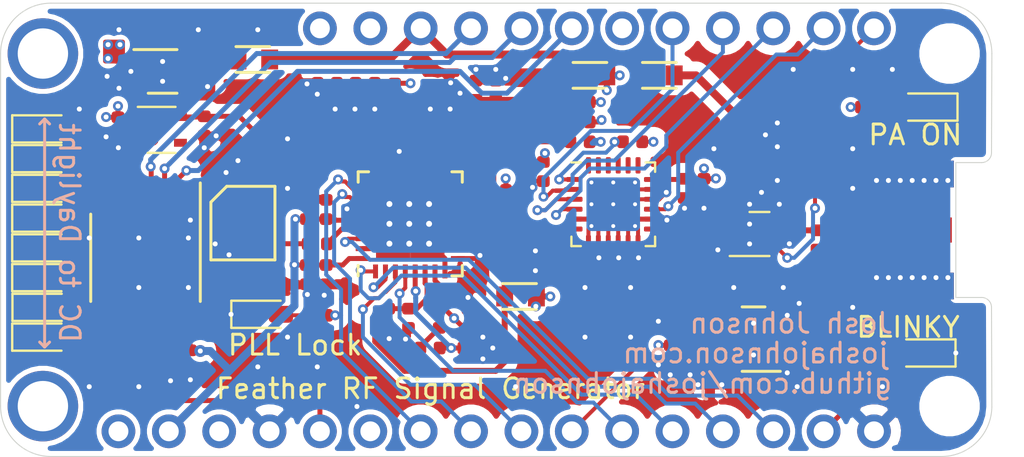
<source format=kicad_pcb>
(kicad_pcb (version 20171130) (host pcbnew 5.1.5-52549c5~84~ubuntu19.10.1)
  (title_block (rev 0) (company "Josh Johnson"))
  (layers (0 F.Cu signal) (1 In1.Cu signal) (2 In2.Cu signal) (31 B.Cu signal) (34 B.Paste user) (35 F.Paste user) (36 B.SilkS user) (37 F.SilkS user) (38 B.Mask user) (39 F.Mask user) (44 Edge.Cuts user))
  (net 0 "")
  (net 1 +1V8)
  (net 2 GND)
  (net 3 "Net-(C2-Pad1)")
  (net 4 "Net-(C3-Pad1)")
  (net 5 "Net-(C4-Pad1)")
  (net 6 "Net-(C5-Pad2)")
  (net 7 "Net-(C5-Pad1)")
  (net 8 +3V3)
  (net 9 "Net-(C10-Pad2)")
  (net 10 VBUS)
  (net 11 "Net-(C15-Pad2)")
  (net 12 +3.3VA)
  (net 13 /RF_OUT_P)
  (net 14 "Net-(C22-Pad1)")
  (net 15 /CP_OUT)
  (net 16 "Net-(C23-Pad1)")
  (net 17 "Net-(C26-Pad2)")
  (net 18 /TUNE)
  (net 19 "Net-(C30-Pad2)")
  (net 20 "Net-(C30-Pad1)")
  (net 21 "Net-(C32-Pad1)")
  (net 22 "Net-(C33-Pad2)")
  (net 23 /RF_CPL)
  (net 24 "Net-(C36-Pad1)")
  (net 25 "Net-(C37-Pad1)")
  (net 26 "Net-(C38-Pad2)")
  (net 27 /RF_OUT_N)
  (net 28 "Net-(C39-Pad1)")
  (net 29 "Net-(C40-Pad2)")
  (net 30 "Net-(C40-Pad1)")
  (net 31 "Net-(D1-Pad2)")
  (net 32 /PA_PWDN)
  (net 33 "Net-(D2-Pad2)")
  (net 34 "Net-(J1-Pad3)")
  (net 35 "Net-(J1-Pad6)")
  (net 36 /MAX_CLK)
  (net 37 /MAX_DAT)
  (net 38 /MAX_MUX)
  (net 39 "Net-(J1-Pad1)")
  (net 40 "Net-(J1-Pad28)")
  (net 41 "Net-(J1-Pad27)")
  (net 42 "Net-(J1-Pad22)")
  (net 43 "Net-(R1-Pad1)")
  (net 44 "Net-(R2-Pad2)")
  (net 45 "Net-(R3-Pad2)")
  (net 46 /SW)
  (net 47 /MAX_LD)
  (net 48 "Net-(R11-Pad1)")
  (net 49 "Net-(R16-Pad2)")
  (net 50 /RF_PWR)
  (net 51 "Net-(R18-Pad1)")
  (net 52 /MAX_RFOUT_EN)
  (net 53 /MAX_CE)
  (net 54 /MAX_LE)
  (net 55 "Net-(U2-Pad3)")
  (net 56 "Net-(U4-Pad24)")
  (net 57 "Net-(U4-Pad23)")
  (net 58 "Net-(U4-Pad22)")
  (net 59 "Net-(U4-Pad21)")
  (net 60 "Net-(U4-Pad20)")
  (net 61 "Net-(U4-Pad19)")
  (net 62 /ATTEN_SDO)
  (net 63 /ATTEN_LE)
  (net 64 /ATTEN_SDI)
  (net 65 /ATTEN_CLK)
  (net 66 "Net-(C14-Pad1)")
  (net 67 "Net-(C31-Pad1)")
  (net 68 "Net-(D3-Pad2)")
  (net 69 /LED)
  (net 70 "Net-(D4-Pad2)")
  (net 71 "Net-(D5-Pad2)")
  (net 72 "Net-(D6-Pad2)")
  (net 73 "Net-(D7-Pad2)")
  (net 74 "Net-(D8-Pad2)")
  (net 75 "Net-(D9-Pad2)")
  (net 76 "Net-(D10-Pad2)")
  (net 77 "Net-(D11-Pad2)")
  (net 78 "Net-(R20-Pad1)")
  (net 79 "Net-(U7-Pad14)")
  (net 80 /nLED_OE)
  (net 81 /LED_LE)
  (net 82 /LED_CLK)
  (net 83 /LED_SDI)
  (module josh-logos:OSHW_Logo_3.6x3.6_F.Mask (layer F.Cu) (at 137.5 112.4)
    (fp_text reference G*** hide)
    (fp_text value LOGO hide)
  )
  (module josh-logos:josh-details (layer B.Cu) (at 148.1 112.8 180)
    (fp_text reference REF**)
    (fp_text value "Josh Details")
    (fp_text user github.com/joshajohnson (at 4.6736 -2.032) (layer B.SilkS) (effects (justify mirror)))
    (fp_text user joshajohnson.com (at 2 -0.5) (layer B.SilkS) (effects (justify mirror)))
    (fp_text user "Josh Johnson" (at 0.2 1 180) (layer B.SilkS) (effects (justify mirror)))
  )
  (module Package_SO:TSSOP-16_4.4x5mm_P0.65mm (layer F.Cu) (at 115.3 108.5 270)
    (fp_text reference U7 hide)
    (fp_text value STP08CP05)
    (pad 16 smd rect (at 2.95 -2.275 270) (size 1.5 0.45) (layers F.Cu F.Paste F.Mask) (net 8 +3V3))
    (pad 15 smd rect (at 2.95 -1.625 270) (size 1.5 0.45) (layers F.Cu F.Paste F.Mask) (net 78 "Net-(R20-Pad1)"))
    (pad 14 smd rect (at 2.95 -0.975 270) (size 1.5 0.45) (layers F.Cu F.Paste F.Mask) (net 79 "Net-(U7-Pad14)"))
    (pad 13 smd rect (at 2.95 -0.325 270) (size 1.5 0.45) (layers F.Cu F.Paste F.Mask) (net 80 /nLED_OE))
    (pad 12 smd rect (at 2.95 0.325 270) (size 1.5 0.45) (layers F.Cu F.Paste F.Mask) (net 77 "Net-(D11-Pad2)"))
    (pad 11 smd rect (at 2.95 0.975 270) (size 1.5 0.45) (layers F.Cu F.Paste F.Mask) (net 76 "Net-(D10-Pad2)"))
    (pad 10 smd rect (at 2.95 1.625 270) (size 1.5 0.45) (layers F.Cu F.Paste F.Mask) (net 75 "Net-(D9-Pad2)"))
    (pad 9 smd rect (at 2.95 2.275 270) (size 1.5 0.45) (layers F.Cu F.Paste F.Mask) (net 74 "Net-(D8-Pad2)"))
    (pad 8 smd rect (at -2.95 2.275 270) (size 1.5 0.45) (layers F.Cu F.Paste F.Mask) (net 73 "Net-(D7-Pad2)"))
    (pad 7 smd rect (at -2.95 1.625 270) (size 1.5 0.45) (layers F.Cu F.Paste F.Mask) (net 72 "Net-(D6-Pad2)"))
    (pad 6 smd rect (at -2.95 0.975 270) (size 1.5 0.45) (layers F.Cu F.Paste F.Mask) (net 71 "Net-(D5-Pad2)"))
    (pad 5 smd rect (at -2.95 0.325 270) (size 1.5 0.45) (layers F.Cu F.Paste F.Mask) (net 70 "Net-(D4-Pad2)"))
    (pad 4 smd rect (at -2.95 -0.325 270) (size 1.5 0.45) (layers F.Cu F.Paste F.Mask) (net 81 /LED_LE))
    (pad 3 smd rect (at -2.95 -0.975 270) (size 1.5 0.45) (layers F.Cu F.Paste F.Mask) (net 82 /LED_CLK))
    (pad 2 smd rect (at -2.95 -1.625 270) (size 1.5 0.45) (layers F.Cu F.Paste F.Mask) (net 83 /LED_SDI))
    (pad 1 smd rect (at -2.95 -2.275 270) (size 1.5 0.45) (layers F.Cu F.Paste F.Mask) (net 2 GND))
  )
  (module Resistor_SMD:R_0402_1005Metric (layer F.Cu) (at 116.6 113.685 270)
    (fp_text reference R20 hide)
    (fp_text value 2K2)
    (pad 2 smd roundrect (at 0.485 0 270) (size 0.59 0.64) (layers F.Cu F.Paste F.Mask) (net 2 GND))
    (pad 1 smd roundrect (at -0.485 0 270) (size 0.59 0.64) (layers F.Cu F.Paste F.Mask) (net 78 "Net-(R20-Pad1)"))
  )
  (module LED_SMD:LED_0603_1608Metric_Castellated (layer F.Cu) (at 110.3 112.5)
    (fp_text reference D11 hide)
    (fp_text value LED)
    (pad 2 smd roundrect (at 0.8125 0) (size 1.225 0.85) (layers F.Cu F.Paste F.Mask) (net 77 "Net-(D11-Pad2)"))
    (pad 1 smd roundrect (at -0.8125 0) (size 1.225 0.85) (layers F.Cu F.Paste F.Mask) (net 2 GND))
  )
  (module LED_SMD:LED_0603_1608Metric_Castellated (layer F.Cu) (at 110.3125 111)
    (fp_text reference D10 hide)
    (fp_text value LED)
    (pad 2 smd roundrect (at 0.8125 0) (size 1.225 0.85) (layers F.Cu F.Paste F.Mask) (net 76 "Net-(D10-Pad2)"))
    (pad 1 smd roundrect (at -0.8125 0) (size 1.225 0.85) (layers F.Cu F.Paste F.Mask) (net 2 GND))
  )
  (module LED_SMD:LED_0603_1608Metric_Castellated (layer F.Cu) (at 110.3 109.5)
    (fp_text reference D9 hide)
    (fp_text value LED)
    (pad 2 smd roundrect (at 0.8125 0) (size 1.225 0.85) (layers F.Cu F.Paste F.Mask) (net 75 "Net-(D9-Pad2)"))
    (pad 1 smd roundrect (at -0.8125 0) (size 1.225 0.85) (layers F.Cu F.Paste F.Mask) (net 2 GND))
  )
  (module LED_SMD:LED_0603_1608Metric_Castellated (layer F.Cu) (at 110.3 108)
    (fp_text reference D8 hide)
    (fp_text value LED)
    (pad 2 smd roundrect (at 0.8125 0) (size 1.225 0.85) (layers F.Cu F.Paste F.Mask) (net 74 "Net-(D8-Pad2)"))
    (pad 1 smd roundrect (at -0.8125 0) (size 1.225 0.85) (layers F.Cu F.Paste F.Mask) (net 2 GND))
  )
  (module LED_SMD:LED_0603_1608Metric_Castellated (layer F.Cu) (at 110.3 106.5)
    (fp_text reference D7 hide)
    (fp_text value LED)
    (pad 2 smd roundrect (at 0.8125 0) (size 1.225 0.85) (layers F.Cu F.Paste F.Mask) (net 73 "Net-(D7-Pad2)"))
    (pad 1 smd roundrect (at -0.8125 0) (size 1.225 0.85) (layers F.Cu F.Paste F.Mask) (net 2 GND))
  )
  (module LED_SMD:LED_0603_1608Metric_Castellated (layer F.Cu) (at 110.3 105)
    (fp_text reference D6 hide)
    (fp_text value LED)
    (pad 2 smd roundrect (at 0.8125 0) (size 1.225 0.85) (layers F.Cu F.Paste F.Mask) (net 72 "Net-(D6-Pad2)"))
    (pad 1 smd roundrect (at -0.8125 0) (size 1.225 0.85) (layers F.Cu F.Paste F.Mask) (net 2 GND))
  )
  (module LED_SMD:LED_0603_1608Metric_Castellated (layer F.Cu) (at 110.3 103.5)
    (fp_text reference D5 hide)
    (fp_text value LED)
    (pad 2 smd roundrect (at 0.8125 0) (size 1.225 0.85) (layers F.Cu F.Paste F.Mask) (net 71 "Net-(D5-Pad2)"))
    (pad 1 smd roundrect (at -0.8125 0) (size 1.225 0.85) (layers F.Cu F.Paste F.Mask) (net 2 GND))
  )
  (module LED_SMD:LED_0603_1608Metric_Castellated (layer F.Cu) (at 110.3 102)
    (fp_text reference D4 hide)
    (fp_text value LED)
    (pad 2 smd roundrect (at 0.8125 0) (size 1.225 0.85) (layers F.Cu F.Paste F.Mask) (net 70 "Net-(D4-Pad2)"))
    (pad 1 smd roundrect (at -0.8125 0) (size 1.225 0.85) (layers F.Cu F.Paste F.Mask) (net 2 GND))
  )
  (module Capacitor_SMD:C_0402_1005Metric (layer F.Cu) (at 117.6 113.65 90)
    (fp_text reference C43 hide)
    (fp_text value 100n)
    (pad 2 smd roundrect (at 0.485 0 90) (size 0.59 0.64) (layers F.Cu F.Paste F.Mask) (net 8 +3V3))
    (pad 1 smd roundrect (at -0.485 0 90) (size 0.59 0.64) (layers F.Cu F.Paste F.Mask) (net 2 GND))
  )
  (module Resistor_SMD:R_0402_1005Metric (layer F.Cu) (at 151.8 113.3 180)
    (fp_text reference R19 hide)
    (fp_text value 1K)
    (pad 2 smd roundrect (at 0.485 0 180) (size 0.59 0.64) (layers F.Cu F.Paste F.Mask) (net 69 /LED))
    (pad 1 smd roundrect (at -0.485 0 180) (size 0.59 0.64) (layers F.Cu F.Paste F.Mask) (net 68 "Net-(D3-Pad2)"))
  )
  (module LED_SMD:LED_0603_1608Metric_Castellated (layer F.Cu) (at 154.5 113.3 180)
    (fp_text reference D3 hide)
    (fp_text value LED)
    (pad 2 smd roundrect (at 0.8125 0 180) (size 1.225 0.85) (layers F.Cu F.Paste F.Mask) (net 68 "Net-(D3-Pad2)"))
    (pad 1 smd roundrect (at -0.8125 0 180) (size 1.225 0.85) (layers F.Cu F.Paste F.Mask) (net 2 GND))
  )
  (module josh-passives-smt:Ferrite_Bead_0603 (layer F.Cu) (at 141.2 99.3 180)
    (fp_text reference FB4 hide)
    (fp_text value 600R hide)
    (pad 2 smd rect (at 0.8 0 180) (size 0.85 1) (layers F.Cu F.Paste F.Mask) (net 10 VBUS))
    (pad 1 smd rect (at -0.8 0 180) (size 0.85 1) (layers F.Cu F.Paste F.Mask) (net 67 "Net-(C31-Pad1)"))
  )
  (module josh-passives-smt:Ferrite_Bead_0603 (layer F.Cu) (at 120.8 98.5)
    (fp_text reference FB1 hide)
    (fp_text value 600R hide)
    (pad 2 smd rect (at 0.8 0) (size 0.85 1) (layers F.Cu F.Paste F.Mask) (net 10 VBUS))
    (pad 1 smd rect (at -0.8 0) (size 0.85 1) (layers F.Cu F.Paste F.Mask) (net 66 "Net-(C14-Pad1)"))
  )
  (module josh-connectors:featherwing-short (layer F.Cu) (at 133.0236 107.09)
    (fp_text reference J1)
    (fp_text value Feather)
    (fp_arc (start -22.4536 -8.89) (end -24.9936 -8.89) (angle 90) (layer Edge.Cuts) (width 0.05))
    (fp_arc (start -22.4536 8.89) (end -22.4536 11.43) (angle 90) (layer Edge.Cuts) (width 0.05))
    (fp_arc (start 22.4536 8.89) (end 22.4536 11.43) (angle -88.9) (layer Edge.Cuts) (width 0.05))
    (fp_arc (start 22.4536 -8.89) (end 22.4536 -11.43) (angle 90) (layer Edge.Cuts) (width 0.05))
    (fp_line (start -24.9936 -8.89) (end -24.9936 8.89) (layer Edge.Cuts) (width 0.05))
    (fp_line (start -22.4536 11.43) (end 22.4536 11.43) (layer Edge.Cuts) (width 0.05))
    (fp_line (start 22.4536 -11.43) (end -22.4536 -11.43) (layer Edge.Cuts) (width 0.05))
    (pad 2 thru_hole circle (at -16.51 10.16) (size 1.7 1.7) (drill 1) (layers *.Cu *.Mask) (net 8 +3V3))
    (pad 3 thru_hole circle (at -13.97 10.16) (size 1.7 1.7) (drill 1) (layers *.Cu *.Mask) (net 34 "Net-(J1-Pad3)"))
    (pad 4 thru_hole circle (at -11.43 10.16) (size 1.7 1.7) (drill 1) (layers *.Cu *.Mask) (net 2 GND))
    (pad 5 thru_hole circle (at -8.89 10.16) (size 1.7 1.7) (drill 1) (layers *.Cu *.Mask) (net 80 /nLED_OE))
    (pad 6 thru_hole circle (at -6.35 10.16) (size 1.7 1.7) (drill 1) (layers *.Cu *.Mask) (net 35 "Net-(J1-Pad6)"))
    (pad 7 thru_hole circle (at -3.81 10.16) (size 1.7 1.7) (drill 1) (layers *.Cu *.Mask) (net 47 /MAX_LD))
    (pad 8 thru_hole circle (at -1.27 10.16) (size 1.7 1.7) (drill 1) (layers *.Cu *.Mask) (net 52 /MAX_RFOUT_EN))
    (pad 9 thru_hole circle (at 1.27 10.16) (size 1.7 1.7) (drill 1) (layers *.Cu *.Mask) (net 54 /MAX_LE))
    (pad 10 thru_hole circle (at 3.81 10.16) (size 1.7 1.7) (drill 1) (layers *.Cu *.Mask) (net 50 /RF_PWR))
    (pad 11 thru_hole circle (at 6.35 10.16) (size 1.7 1.7) (drill 1) (layers *.Cu *.Mask) (net 53 /MAX_CE))
    (pad 12 thru_hole circle (at 8.89 10.16) (size 1.7 1.7) (drill 1) (layers *.Cu *.Mask) (net 36 /MAX_CLK))
    (pad 13 thru_hole circle (at 11.43 10.16) (size 1.7 1.7) (drill 1) (layers *.Cu *.Mask) (net 37 /MAX_DAT))
    (pad 14 thru_hole circle (at 13.97 10.16) (size 1.7 1.7) (drill 1) (layers *.Cu *.Mask) (net 38 /MAX_MUX))
    (pad 15 thru_hole circle (at 16.51 10.16) (size 1.7 1.7) (drill 1) (layers *.Cu *.Mask) (net 69 /LED))
    (pad 1 thru_hole circle (at -19.05 10.16) (size 1.7 1.7) (drill 1) (layers *.Cu *.Mask) (net 39 "Net-(J1-Pad1)"))
    (pad 16 thru_hole circle (at 19.05 10.16) (size 1.7 1.7) (drill 1) (layers *.Cu *.Mask) (net 2 GND))
    (pad 28 thru_hole circle (at -8.89 -10.16) (size 1.7 1.7) (drill 1) (layers *.Cu *.Mask) (net 40 "Net-(J1-Pad28)"))
    (pad 27 thru_hole circle (at -6.35 -10.16) (size 1.7 1.7) (drill 1) (layers *.Cu *.Mask) (net 41 "Net-(J1-Pad27)"))
    (pad 26 thru_hole circle (at -3.81 -10.16) (size 1.7 1.7) (drill 1) (layers *.Cu *.Mask) (net 10 VBUS))
    (pad 25 thru_hole circle (at -1.27 -10.16) (size 1.7 1.7) (drill 1) (layers *.Cu *.Mask) (net 81 /LED_LE))
    (pad 24 thru_hole circle (at 1.27 -10.16) (size 1.7 1.7) (drill 1) (layers *.Cu *.Mask) (net 82 /LED_CLK))
    (pad 23 thru_hole circle (at 3.81 -10.16) (size 1.7 1.7) (drill 1) (layers *.Cu *.Mask) (net 83 /LED_SDI))
    (pad 22 thru_hole circle (at 6.35 -10.16) (size 1.7 1.7) (drill 1) (layers *.Cu *.Mask) (net 42 "Net-(J1-Pad22)"))
    (pad 21 thru_hole circle (at 8.89 -10.16) (size 1.7 1.7) (drill 1) (layers *.Cu *.Mask) (net 65 /ATTEN_CLK))
    (pad 20 thru_hole circle (at 11.43 -10.16) (size 1.7 1.7) (drill 1) (layers *.Cu *.Mask) (net 64 /ATTEN_SDI))
    (pad 19 thru_hole circle (at 13.97 -10.16) (size 1.7 1.7) (drill 1) (layers *.Cu *.Mask) (net 63 /ATTEN_LE))
    (pad 18 thru_hole circle (at 16.51 -10.16) (size 1.7 1.7) (drill 1) (layers *.Cu *.Mask) (net 62 /ATTEN_SDO))
    (pad 17 thru_hole circle (at 19.05 -10.16) (size 1.7 1.7) (drill 1) (layers *.Cu *.Mask) (net 32 /PA_PWDN))
    (pad GND thru_hole circle (at -22.86 -8.89) (size 3.556 3.556) (drill 2.54) (layers *.Cu *.Mask))
    (pad "" np_thru_hole circle (at 22.86 -8.89) (size 2.54 2.54) (drill 2.54) (layers *.Cu *.Mask))
    (pad GND thru_hole circle (at -22.86 8.89) (size 3.556 3.556) (drill 2.54) (layers *.Cu *.Mask))
    (pad "" np_thru_hole circle (at 22.86 8.89) (size 2.54 2.54) (drill 2.54) (layers *.Cu *.Mask))
  )
  (module josh-oscillators:ASTXR-12 (layer F.Cu) (at 120.25 106.75 270)
    (fp_text reference XO1 hide)
    (fp_text value ASTXR-12-19.200MHz)
    (pad 6 smd rect (at -1.04 -0.695 270) (size 0.63 0.84) (layers F.Cu F.Paste F.Mask) (net 1 +1V8))
    (pad 1 smd rect (at -1.04 0.695 270) (size 0.63 0.84) (layers F.Cu F.Paste F.Mask))
    (pad 4 smd rect (at 1.04 -0.695 270) (size 0.63 0.84) (layers F.Cu F.Paste F.Mask) (net 6 "Net-(C5-Pad2)"))
    (pad 3 smd rect (at 1.04 0.695 270) (size 0.63 0.84) (layers F.Cu F.Paste F.Mask) (net 2 GND))
  )
  (module Package_DFN_QFN:DFN-8-1EP_2x3mm_P0.5mm_EP0.61x2.2mm (layer F.Cu) (at 146 112.6 180)
    (fp_text reference U6 hide)
    (fp_text value AD8319)
    (pad 9 smd rect (at 0 0 180) (size 0.61 2.2) (layers F.Cu F.Mask) (net 2 GND))
    (pad 8 smd rect (at 0.925 -0.75 180) (size 0.7 0.25) (layers F.Cu F.Paste F.Mask) (net 26 "Net-(C38-Pad2)"))
    (pad 7 smd rect (at 0.925 -0.25 180) (size 0.7 0.25) (layers F.Cu F.Paste F.Mask) (net 12 +3.3VA))
    (pad 6 smd rect (at 0.925 0.25 180) (size 0.7 0.25) (layers F.Cu F.Paste F.Mask) (net 48 "Net-(R11-Pad1)"))
    (pad 5 smd rect (at 0.925 0.75 180) (size 0.7 0.25) (layers F.Cu F.Paste F.Mask) (net 49 "Net-(R16-Pad2)"))
    (pad 4 smd rect (at -0.925 0.75 180) (size 0.7 0.25) (layers F.Cu F.Paste F.Mask) (net 49 "Net-(R16-Pad2)"))
    (pad 3 smd rect (at -0.925 0.25 180) (size 0.7 0.25) (layers F.Cu F.Paste F.Mask) (net 21 "Net-(C32-Pad1)"))
    (pad 2 smd rect (at -0.925 -0.25 180) (size 0.7 0.25) (layers F.Cu F.Paste F.Mask) (net 2 GND))
    (pad 1 smd rect (at -0.925 -0.75 180) (size 0.7 0.25) (layers F.Cu F.Paste F.Mask) (net 22 "Net-(C33-Pad2)"))
  )
  (module Package_DFN_QFN:DFN-8-1EP_2x2mm_P0.5mm_EP0.9x1.5mm (layer F.Cu) (at 145.8 107.3)
    (fp_text reference U5 hide)
    (fp_text value TRF37A75)
    (pad 8 smd roundrect (at 1 -0.75) (size 0.7 0.25) (layers F.Cu F.Paste F.Mask) (net 2 GND))
    (pad 7 smd roundrect (at 1 -0.25) (size 0.7 0.25) (layers F.Cu F.Paste F.Mask) (net 29 "Net-(C40-Pad2)"))
    (pad 6 smd roundrect (at 1 0.25) (size 0.7 0.25) (layers F.Cu F.Paste F.Mask) (net 2 GND))
    (pad 5 smd roundrect (at 1 0.75) (size 0.7 0.25) (layers F.Cu F.Paste F.Mask) (net 32 /PA_PWDN))
    (pad 4 smd roundrect (at -1 0.75) (size 0.7 0.25) (layers F.Cu F.Paste F.Mask) (net 2 GND))
    (pad 3 smd roundrect (at -1 0.25) (size 0.7 0.25) (layers F.Cu F.Paste F.Mask) (net 2 GND))
    (pad 2 smd roundrect (at -1 -0.25) (size 0.7 0.25) (layers F.Cu F.Paste F.Mask) (net 20 "Net-(C30-Pad1)"))
    (pad 1 smd roundrect (at -1 -0.75) (size 0.7 0.25) (layers F.Cu F.Paste F.Mask) (net 67 "Net-(C31-Pad1)"))
    (pad 9 smd roundrect (at 0 0) (size 0.9 1.5) (layers F.Cu F.Mask) (net 2 GND))
  )
  (module Package_DFN_QFN:QFN-24-1EP_4x4mm_P0.5mm_EP2.7x2.7mm_ThermalVias (layer F.Cu) (at 138.925 105.8)
    (fp_text reference U4 hide)
    (fp_text value SKY12347-362LF)
    (pad 24 smd roundrect (at -1.25 -1.9625) (size 0.25 0.825) (layers F.Cu F.Paste F.Mask) (net 56 "Net-(U4-Pad24)"))
    (pad 23 smd roundrect (at -0.75 -1.9625) (size 0.25 0.825) (layers F.Cu F.Paste F.Mask) (net 57 "Net-(U4-Pad23)"))
    (pad 22 smd roundrect (at -0.25 -1.9625) (size 0.25 0.825) (layers F.Cu F.Paste F.Mask) (net 58 "Net-(U4-Pad22)"))
    (pad 21 smd roundrect (at 0.25 -1.9625) (size 0.25 0.825) (layers F.Cu F.Paste F.Mask) (net 59 "Net-(U4-Pad21)"))
    (pad 20 smd roundrect (at 0.75 -1.9625) (size 0.25 0.825) (layers F.Cu F.Paste F.Mask) (net 60 "Net-(U4-Pad20)"))
    (pad 19 smd roundrect (at 1.25 -1.9625) (size 0.25 0.825) (layers F.Cu F.Paste F.Mask) (net 61 "Net-(U4-Pad19)"))
    (pad 18 smd roundrect (at 1.9625 -1.25) (size 0.825 0.25) (layers F.Cu F.Paste F.Mask) (net 12 +3.3VA))
    (pad 17 smd roundrect (at 1.9625 -0.75) (size 0.825 0.25) (layers F.Cu F.Paste F.Mask) (net 2 GND))
    (pad 16 smd roundrect (at 1.9625 -0.25) (size 0.825 0.25) (layers F.Cu F.Paste F.Mask) (net 2 GND))
    (pad 15 smd roundrect (at 1.9625 0.25) (size 0.825 0.25) (layers F.Cu F.Paste F.Mask) (net 62 /ATTEN_SDO))
    (pad 14 smd roundrect (at 1.9625 0.75) (size 0.825 0.25) (layers F.Cu F.Paste F.Mask) (net 2 GND))
    (pad 13 smd roundrect (at 1.9625 1.25) (size 0.825 0.25) (layers F.Cu F.Paste F.Mask) (net 19 "Net-(C30-Pad2)"))
    (pad 12 smd roundrect (at 1.25 1.9625) (size 0.25 0.825) (layers F.Cu F.Paste F.Mask) (net 2 GND))
    (pad 11 smd roundrect (at 0.75 1.9625) (size 0.25 0.825) (layers F.Cu F.Paste F.Mask) (net 2 GND))
    (pad 10 smd roundrect (at 0.25 1.9625) (size 0.25 0.825) (layers F.Cu F.Paste F.Mask) (net 2 GND))
    (pad 9 smd roundrect (at -0.25 1.9625) (size 0.25 0.825) (layers F.Cu F.Paste F.Mask) (net 2 GND))
    (pad 8 smd roundrect (at -0.75 1.9625) (size 0.25 0.825) (layers F.Cu F.Paste F.Mask) (net 2 GND))
    (pad 7 smd roundrect (at -1.25 1.9625) (size 0.25 0.825) (layers F.Cu F.Paste F.Mask) (net 2 GND))
    (pad 6 smd roundrect (at -1.9625 1.25) (size 0.825 0.25) (layers F.Cu F.Paste F.Mask) (net 14 "Net-(C22-Pad1)"))
    (pad 5 smd roundrect (at -1.9625 0.75) (size 0.825 0.25) (layers F.Cu F.Paste F.Mask) (net 2 GND))
    (pad 4 smd roundrect (at -1.9625 0.25) (size 0.825 0.25) (layers F.Cu F.Paste F.Mask) (net 63 /ATTEN_LE))
    (pad 3 smd roundrect (at -1.9625 -0.25) (size 0.825 0.25) (layers F.Cu F.Paste F.Mask) (net 64 /ATTEN_SDI))
    (pad 2 smd roundrect (at -1.9625 -0.75) (size 0.825 0.25) (layers F.Cu F.Paste F.Mask) (net 65 /ATTEN_CLK))
    (pad 1 smd roundrect (at -1.9625 -1.25) (size 0.825 0.25) (layers F.Cu F.Paste F.Mask) (net 51 "Net-(R18-Pad1)"))
    (pad 25 smd roundrect (at 0 0) (size 2.7 2.7) (layers B.Cu) (roundrect_rratio 0.09259299999999999) (net 2 GND))
    (pad 25 thru_hole circle (at 1.1 1.1) (size 0.5 0.5) (drill 0.2) (layers *.Cu) (net 2 GND))
    (pad 25 thru_hole circle (at 0 1.1) (size 0.5 0.5) (drill 0.2) (layers *.Cu) (net 2 GND))
    (pad 25 thru_hole circle (at -1.1 1.1) (size 0.5 0.5) (drill 0.2) (layers *.Cu) (net 2 GND))
    (pad 25 thru_hole circle (at 1.1 0) (size 0.5 0.5) (drill 0.2) (layers *.Cu) (net 2 GND))
    (pad 25 thru_hole circle (at 0 0) (size 0.5 0.5) (drill 0.2) (layers *.Cu) (net 2 GND))
    (pad 25 thru_hole circle (at -1.1 0) (size 0.5 0.5) (drill 0.2) (layers *.Cu) (net 2 GND))
    (pad 25 thru_hole circle (at 1.1 -1.1) (size 0.5 0.5) (drill 0.2) (layers *.Cu) (net 2 GND))
    (pad 25 thru_hole circle (at 0 -1.1) (size 0.5 0.5) (drill 0.2) (layers *.Cu) (net 2 GND))
    (pad 25 thru_hole circle (at -1.1 -1.1) (size 0.5 0.5) (drill 0.2) (layers *.Cu) (net 2 GND))
    (pad 25 smd roundrect (at 0 0) (size 2.7 2.7) (layers F.Cu F.Mask) (roundrect_rratio 0.09259299999999999) (net 2 GND))
  )
  (module Package_TO_SOT_SMD:SOT-353_SC-70-5 (layer F.Cu) (at 116.15 102.05)
    (fp_text reference U3 hide)
    (fp_text value MIC5366-1.8)
    (pad 5 smd rect (at 0.95 -0.65) (size 0.65 0.4) (layers F.Cu F.Paste F.Mask) (net 1 +1V8))
    (pad 4 smd rect (at 0.95 0.65) (size 0.65 0.4) (layers F.Cu F.Paste F.Mask))
    (pad 2 smd rect (at -0.95 0) (size 0.65 0.4) (layers F.Cu F.Paste F.Mask) (net 2 GND))
    (pad 3 smd rect (at -0.95 0.65) (size 0.65 0.4) (layers F.Cu F.Paste F.Mask) (net 12 +3.3VA))
    (pad 1 smd rect (at -0.95 -0.65) (size 0.65 0.4) (layers F.Cu F.Paste F.Mask) (net 12 +3.3VA))
  )
  (module Package_DFN_QFN:DFN-6-1EP_2x2mm_P0.65mm_EP1x1.6mm (layer F.Cu) (at 116.2 99.1)
    (fp_text reference U2 hide)
    (fp_text value LP5912)
    (pad 7 smd rect (at 0 0) (size 1 1.6) (layers F.Cu F.Mask) (net 2 GND))
    (pad 6 smd rect (at 1.05 -0.65) (size 0.65 0.35) (layers F.Cu F.Paste F.Mask) (net 66 "Net-(C14-Pad1)"))
    (pad 5 smd rect (at 1.05 0) (size 0.65 0.35) (layers F.Cu F.Paste F.Mask) (net 2 GND))
    (pad 4 smd rect (at 1.05 0.65) (size 0.65 0.35) (layers F.Cu F.Paste F.Mask) (net 66 "Net-(C14-Pad1)"))
    (pad 3 smd rect (at -1.05 0.65) (size 0.65 0.35) (layers F.Cu F.Paste F.Mask) (net 55 "Net-(U2-Pad3)"))
    (pad 2 smd rect (at -1.05 0) (size 0.65 0.35) (layers F.Cu F.Paste F.Mask) (net 2 GND))
    (pad 1 smd rect (at -1.05 -0.65) (size 0.65 0.35) (layers F.Cu F.Paste F.Mask) (net 12 +3.3VA))
  )
  (module josh-dfn-qfn:QFN-32-1EP_5x5mm_Pitch0.5mm_Thermal_Vias (layer F.Cu) (at 128.6875 106.7875 90)
    (fp_text reference U1)
    (fp_text value MAX2871)
    (pad 33 smd rect (at -0.8625 -0.8625 90) (size 1.725 1.725) (layers F.Cu F.Paste F.Mask) (net 2 GND))
    (pad 33 smd rect (at -0.8625 0.8625 90) (size 1.725 1.725) (layers F.Cu F.Paste F.Mask) (net 2 GND))
    (pad 33 smd rect (at 0.8625 -0.8625 90) (size 1.725 1.725) (layers F.Cu F.Paste F.Mask) (net 2 GND))
    (pad 33 smd rect (at 0.8625 0.8625 90) (size 1.725 1.725) (layers F.Cu F.Paste F.Mask) (net 2 GND))
    (pad 32 smd rect (at -1.75 -2.4 180) (size 0.7 0.25) (layers F.Cu F.Paste F.Mask) (net 8 +3V3))
    (pad 31 smd rect (at -1.25 -2.4 180) (size 0.7 0.25) (layers F.Cu F.Paste F.Mask) (net 2 GND))
    (pad 30 smd rect (at -0.75 -2.4 180) (size 0.7 0.25) (layers F.Cu F.Paste F.Mask) (net 38 /MAX_MUX))
    (pad 29 smd rect (at -0.25 -2.4 180) (size 0.7 0.25) (layers F.Cu F.Paste F.Mask) (net 7 "Net-(C5-Pad1)"))
    (pad 28 smd rect (at 0.25 -2.4 180) (size 0.7 0.25) (layers F.Cu F.Paste F.Mask) (net 8 +3V3))
    (pad 27 smd rect (at 0.75 -2.4 180) (size 0.7 0.25) (layers F.Cu F.Paste F.Mask) (net 2 GND))
    (pad 26 smd rect (at 1.25 -2.4 180) (size 0.7 0.25) (layers F.Cu F.Paste F.Mask) (net 52 /MAX_RFOUT_EN))
    (pad 25 smd rect (at 1.75 -2.4 180) (size 0.7 0.25) (layers F.Cu F.Paste F.Mask) (net 47 /MAX_LD))
    (pad 24 smd rect (at 2.4 -1.75 90) (size 0.7 0.25) (layers F.Cu F.Paste F.Mask) (net 5 "Net-(C4-Pad1)"))
    (pad 23 smd rect (at 2.4 -1.25 90) (size 0.7 0.25) (layers F.Cu F.Paste F.Mask) (net 4 "Net-(C3-Pad1)"))
    (pad 22 smd rect (at 2.4 -0.75 90) (size 0.7 0.25) (layers F.Cu F.Paste F.Mask) (net 43 "Net-(R1-Pad1)"))
    (pad 21 smd rect (at 2.4 -0.25 90) (size 0.7 0.25) (layers F.Cu F.Paste F.Mask) (net 2 GND))
    (pad 20 smd rect (at 2.4 0.25 90) (size 0.7 0.25) (layers F.Cu F.Paste F.Mask) (net 18 /TUNE))
    (pad 19 smd rect (at 2.4 0.75 90) (size 0.7 0.25) (layers F.Cu F.Paste F.Mask) (net 3 "Net-(C2-Pad1)"))
    (pad 18 smd rect (at 2.4 1.25 90) (size 0.7 0.25) (layers F.Cu F.Paste F.Mask) (net 2 GND))
    (pad 17 smd rect (at 2.4 1.75 90) (size 0.7 0.25) (layers F.Cu F.Paste F.Mask) (net 11 "Net-(C15-Pad2)"))
    (pad 16 smd rect (at 1.75 2.4 180) (size 0.7 0.25) (layers F.Cu F.Paste F.Mask) (net 11 "Net-(C15-Pad2)"))
    (pad 15 smd rect (at 1.25 2.4 180) (size 0.7 0.25) (layers F.Cu F.Paste F.Mask) (net 45 "Net-(R3-Pad2)"))
    (pad 14 smd rect (at 0.75 2.4 180) (size 0.7 0.25) (layers F.Cu F.Paste F.Mask) (net 44 "Net-(R2-Pad2)"))
    (pad 13 smd rect (at 0.25 2.4 180) (size 0.7 0.25) (layers F.Cu F.Paste F.Mask) (net 27 /RF_OUT_N))
    (pad 12 smd rect (at -0.25 2.4 180) (size 0.7 0.25) (layers F.Cu F.Paste F.Mask) (net 13 /RF_OUT_P))
    (pad 11 smd rect (at -0.75 2.4 180) (size 0.7 0.25) (layers F.Cu F.Paste F.Mask) (net 2 GND))
    (pad 10 smd rect (at -1.25 2.4 180) (size 0.7 0.25) (layers F.Cu F.Paste F.Mask) (net 9 "Net-(C10-Pad2)"))
    (pad 9 smd rect (at -1.75 2.4 180) (size 0.7 0.25) (layers F.Cu F.Paste F.Mask) (net 2 GND))
    (pad 8 smd rect (at -2.4 1.75 90) (size 0.7 0.25) (layers F.Cu F.Paste F.Mask) (net 2 GND))
    (pad 7 smd rect (at -2.4 1.25 90) (size 0.7 0.25) (layers F.Cu F.Paste F.Mask) (net 15 /CP_OUT))
    (pad 6 smd rect (at -2.4 0.75 90) (size 0.7 0.25) (layers F.Cu F.Paste F.Mask) (net 9 "Net-(C10-Pad2)"))
    (pad 5 smd rect (at -2.4 0.25 90) (size 0.7 0.25) (layers F.Cu F.Paste F.Mask) (net 46 /SW))
    (pad 4 smd rect (at -2.4 -0.25 90) (size 0.7 0.25) (layers F.Cu F.Paste F.Mask) (net 53 /MAX_CE))
    (pad 3 smd rect (at -2.4 -0.75 90) (size 0.7 0.25) (layers F.Cu F.Paste F.Mask) (net 54 /MAX_LE))
    (pad 2 smd rect (at -2.4 -1.25 90) (size 0.7 0.25) (layers F.Cu F.Paste F.Mask) (net 37 /MAX_DAT))
    (pad 1 smd rect (at -2.4 -1.75 90) (size 0.7 0.25) (layers F.Cu F.Paste F.Mask) (net 36 /MAX_CLK))
    (pad 33 thru_hole circle (at -1 -1.05 90) (size 0.6 0.6) (drill 0.3) (layers *.Cu) (net 2 GND))
    (pad 33 thru_hole circle (at 0 -1.05 90) (size 0.6 0.6) (drill 0.3) (layers *.Cu) (net 2 GND))
    (pad 33 thru_hole circle (at 1 -1.05 90) (size 0.6 0.6) (drill 0.3) (layers *.Cu) (net 2 GND))
    (pad 33 thru_hole circle (at -1 -0.05 90) (size 0.6 0.6) (drill 0.3) (layers *.Cu) (net 2 GND))
    (pad 33 thru_hole circle (at 0 -0.05 90) (size 0.6 0.6) (drill 0.3) (layers *.Cu) (net 2 GND))
    (pad 33 thru_hole circle (at 1 -0.05 90) (size 0.6 0.6) (drill 0.3) (layers *.Cu) (net 2 GND))
    (pad 33 thru_hole circle (at -1 0.95 90) (size 0.6 0.6) (drill 0.3) (layers *.Cu) (net 2 GND))
    (pad 33 thru_hole circle (at 0 0.95 90) (size 0.6 0.6) (drill 0.3) (layers *.Cu) (net 2 GND))
    (pad 33 thru_hole circle (at 1 0.95 90) (size 0.6 0.6) (drill 0.3) (layers *.Cu) (net 2 GND))
  )
  (module Resistor_SMD:R_0402_1005Metric (layer F.Cu) (at 139.9 102.65)
    (fp_text reference R18 hide)
    (fp_text value 10K)
    (pad 2 smd roundrect (at 0.485 0) (size 0.59 0.64) (layers F.Cu F.Paste F.Mask) (net 12 +3.3VA))
    (pad 1 smd roundrect (at -0.485 0) (size 0.59 0.64) (layers F.Cu F.Paste F.Mask) (net 51 "Net-(R18-Pad1)"))
  )
  (module Resistor_SMD:R_0402_1005Metric (layer F.Cu) (at 137.25 102.65)
    (fp_text reference R17 hide)
    (fp_text value 49R9)
    (pad 2 smd roundrect (at 0.485 0) (size 0.59 0.64) (layers F.Cu F.Paste F.Mask) (net 2 GND))
    (pad 1 smd roundrect (at -0.485 0) (size 0.59 0.64) (layers F.Cu F.Paste F.Mask) (net 28 "Net-(C39-Pad1)"))
  )
  (module Resistor_SMD:R_0402_1005Metric (layer F.Cu) (at 142.315 110.7)
    (fp_text reference R16 hide)
    (fp_text value 1K)
    (pad 2 smd roundrect (at 0.485 0) (size 0.59 0.64) (layers F.Cu F.Paste F.Mask) (net 49 "Net-(R16-Pad2)"))
    (pad 1 smd roundrect (at -0.485 0) (size 0.59 0.64) (layers F.Cu F.Paste F.Mask) (net 50 /RF_PWR))
  )
  (module Resistor_SMD:R_0402_1005Metric (layer F.Cu) (at 148.2 103.715 270)
    (fp_text reference R15 hide)
    (fp_text value 1R8)
    (pad 2 smd roundrect (at 0.485 0 270) (size 0.59 0.64) (layers F.Cu F.Paste F.Mask) (net 24 "Net-(C36-Pad1)"))
    (pad 1 smd roundrect (at -0.485 0 270) (size 0.59 0.64) (layers F.Cu F.Paste F.Mask) (net 67 "Net-(C31-Pad1)"))
  )
  (module Resistor_SMD:R_0402_1005Metric (layer F.Cu) (at 149.2 107.6 270)
    (fp_text reference R14 hide)
    (fp_text value 100R)
    (pad 2 smd roundrect (at 0.485 0 270) (size 0.59 0.64) (layers F.Cu F.Paste F.Mask) (net 25 "Net-(C37-Pad1)"))
    (pad 1 smd roundrect (at -0.485 0 270) (size 0.59 0.64) (layers F.Cu F.Paste F.Mask) (net 29 "Net-(C40-Pad2)"))
  )
  (module Resistor_SMD:R_0402_1005Metric (layer F.Cu) (at 133.9 103.65 180)
    (fp_text reference R13 hide)
    (fp_text value 49R9)
    (pad 2 smd roundrect (at 0.485 0 180) (size 0.59 0.64) (layers F.Cu F.Paste F.Mask) (net 27 /RF_OUT_N))
    (pad 1 smd roundrect (at -0.485 0 180) (size 0.59 0.64) (layers F.Cu F.Paste F.Mask) (net 12 +3.3VA))
  )
  (module Resistor_SMD:R_0402_1005Metric (layer F.Cu) (at 148.7 114.3)
    (fp_text reference R12 hide)
    (fp_text value 52R3)
    (pad 2 smd roundrect (at 0.485 0) (size 0.59 0.64) (layers F.Cu F.Paste F.Mask) (net 23 /RF_CPL))
    (pad 1 smd roundrect (at -0.485 0) (size 0.59 0.64) (layers F.Cu F.Paste F.Mask) (net 2 GND))
  )
  (module Resistor_SMD:R_0402_1005Metric (layer F.Cu) (at 142.315 111.7 180)
    (fp_text reference R11 hide)
    (fp_text value 18K)
    (pad 2 smd roundrect (at 0.485 0 180) (size 0.59 0.64) (layers F.Cu F.Paste F.Mask) (net 2 GND))
    (pad 1 smd roundrect (at -0.485 0 180) (size 0.59 0.64) (layers F.Cu F.Paste F.Mask) (net 48 "Net-(R11-Pad1)"))
  )
  (module Resistor_SMD:R_0402_1005Metric (layer F.Cu) (at 124 111.4)
    (fp_text reference R10 hide)
    (fp_text value 1K)
    (pad 2 smd roundrect (at 0.485 0) (size 0.59 0.64) (layers F.Cu F.Paste F.Mask) (net 47 /MAX_LD))
    (pad 1 smd roundrect (at -0.485 0) (size 0.59 0.64) (layers F.Cu F.Paste F.Mask) (net 33 "Net-(D2-Pad2)"))
  )
  (module Resistor_SMD:R_0402_1005Metric (layer F.Cu) (at 151.9 100.9 180)
    (fp_text reference R9 hide)
    (fp_text value 1K)
    (pad 1 smd roundrect (at -0.485 0 180) (size 0.59 0.64) (layers F.Cu F.Paste F.Mask) (net 31 "Net-(D1-Pad2)"))
    (pad 2 smd roundrect (at 0.485 0 180) (size 0.59 0.64) (layers F.Cu F.Paste F.Mask) (net 12 +3.3VA))
  )
  (module Resistor_SMD:R_0402_1005Metric (layer F.Cu) (at 127.9 100.2 90)
    (fp_text reference R8 hide)
    (fp_text value 240R)
    (pad 2 smd roundrect (at 0.485 0 90) (size 0.59 0.64) (layers F.Cu F.Paste F.Mask) (net 15 /CP_OUT))
    (pad 1 smd roundrect (at -0.485 0 90) (size 0.59 0.64) (layers F.Cu F.Paste F.Mask) (net 18 /TUNE))
  )
  (module Resistor_SMD:R_0402_1005Metric (layer F.Cu) (at 124.5 99.7 180)
    (fp_text reference R7 hide)
    (fp_text value DNP)
    (pad 2 smd roundrect (at 0.485 0 180) (size 0.59 0.64) (layers F.Cu F.Paste F.Mask) (net 2 GND))
    (pad 1 smd roundrect (at -0.485 0 180) (size 0.59 0.64) (layers F.Cu F.Paste F.Mask) (net 17 "Net-(C26-Pad2)"))
  )
  (module Resistor_SMD:R_0402_1005Metric (layer F.Cu) (at 129.685 113.05)
    (fp_text reference R6 hide)
    (fp_text value 31R1)
    (pad 2 smd roundrect (at 0.485 0) (size 0.59 0.64) (layers F.Cu F.Paste F.Mask) (net 46 /SW))
    (pad 1 smd roundrect (at -0.485 0) (size 0.59 0.64) (layers F.Cu F.Paste F.Mask) (net 16 "Net-(C23-Pad1)"))
  )
  (module Resistor_SMD:R_0402_1005Metric (layer F.Cu) (at 131.85 113.05)
    (fp_text reference R5 hide)
    (fp_text value 90R9)
    (pad 2 smd roundrect (at 0.485 0) (size 0.59 0.64) (layers F.Cu F.Paste F.Mask) (net 2 GND))
    (pad 1 smd roundrect (at -0.485 0) (size 0.59 0.64) (layers F.Cu F.Paste F.Mask) (net 46 /SW))
  )
  (module Resistor_SMD:R_0402_1005Metric (layer F.Cu) (at 133.5 106.565 270)
    (fp_text reference R4 hide)
    (fp_text value 49R9)
    (pad 2 smd roundrect (at 0.485 0 270) (size 0.59 0.64) (layers F.Cu F.Paste F.Mask) (net 13 /RF_OUT_P))
    (pad 1 smd roundrect (at -0.485 0 270) (size 0.59 0.64) (layers F.Cu F.Paste F.Mask) (net 12 +3.3VA))
  )
  (module Resistor_SMD:R_0402_1005Metric (layer F.Cu) (at 137.25 100.65 180)
    (fp_text reference R3 hide)
    (fp_text value 0R0)
    (pad 1 smd roundrect (at -0.485 0 180) (size 0.59 0.64) (layers F.Cu F.Paste F.Mask) (net 12 +3.3VA))
    (pad 2 smd roundrect (at 0.485 0 180) (size 0.59 0.64) (layers F.Cu F.Paste F.Mask) (net 45 "Net-(R3-Pad2)"))
  )
  (module Resistor_SMD:R_0402_1005Metric (layer F.Cu) (at 137.25 101.65 180)
    (fp_text reference R2 hide)
    (fp_text value 0R0)
    (pad 1 smd roundrect (at -0.485 0 180) (size 0.59 0.64) (layers F.Cu F.Paste F.Mask) (net 12 +3.3VA))
    (pad 2 smd roundrect (at 0.485 0 180) (size 0.59 0.64) (layers F.Cu F.Paste F.Mask) (net 44 "Net-(R2-Pad2)"))
  )
  (module Resistor_SMD:R_0402_1005Metric (layer F.Cu) (at 126.9 102.085 90)
    (fp_text reference R1 hide)
    (fp_text value 5K1)
    (pad 2 smd roundrect (at 0.485 0 90) (size 0.59 0.64) (layers F.Cu F.Paste F.Mask) (net 2 GND))
    (pad 1 smd roundrect (at -0.485 0 90) (size 0.59 0.64) (layers F.Cu F.Paste F.Mask) (net 43 "Net-(R1-Pad1)"))
  )
  (module Inductor_SMD:L_0402_1005Metric (layer F.Cu) (at 148.2 106.6 270)
    (fp_text reference L1 hide)
    (fp_text value 100n)
    (pad 2 smd roundrect (at 0.485 0 270) (size 0.59 0.64) (layers F.Cu F.Paste F.Mask) (net 29 "Net-(C40-Pad2)"))
    (pad 1 smd roundrect (at -0.485 0 270) (size 0.59 0.64) (layers F.Cu F.Paste F.Mask) (net 24 "Net-(C36-Pad1)"))
  )
  (module josh-connectors:SMA_EDGE_MOUNT_INSET (layer F.Cu) (at 154 107.1)
    (fp_text reference J2)
    (fp_text value SMA)
    (fp_line (start 2.2 3.4) (end 3.5 3.4) (layer Edge.Cuts) (width 0.05))
    (fp_arc (start 3.5 3.9) (end 4 3.9) (angle -90) (layer Edge.Cuts) (width 0.05))
    (fp_line (start 2.2 -3.4) (end 3.5 -3.4) (layer Edge.Cuts) (width 0.05))
    (fp_line (start 2.2 -3.4) (end 2.2 3.4) (layer Edge.Cuts) (width 0.05))
    (fp_arc (start 3.5 -3.9) (end 3.5 -3.4) (angle -90) (layer Edge.Cuts) (width 0.05))
    (pad 2 smd rect (at 0 2.825 90) (size 1.35 4.2) (layers B.Cu B.Mask) (net 2 GND))
    (pad 2 smd rect (at 0 -2.825 90) (size 1.35 4.2) (layers B.Cu B.Mask) (net 2 GND))
    (pad 2 smd rect (at 0 2.825 90) (size 1.35 4.2) (layers F.Cu F.Mask) (net 2 GND))
    (pad 2 smd rect (at 0 -2.825 90) (size 1.35 4.2) (layers F.Cu F.Mask) (net 2 GND))
    (pad 1 smd rect (at 0.2 0 90) (size 1.27 3.6) (layers F.Cu F.Mask) (net 30 "Net-(C40-Pad1)"))
  )
  (module josh-passives-smt:Ferrite_Bead_0603 (layer F.Cu) (at 137.8 99.3)
    (fp_text reference FB3 hide)
    (fp_text value 600R hide)
    (pad 2 smd rect (at 0.8 0) (size 0.85 1) (layers F.Cu F.Paste F.Mask) (net 12 +3.3VA))
    (pad 1 smd rect (at -0.8 0) (size 0.85 1) (layers F.Cu F.Paste F.Mask) (net 11 "Net-(C15-Pad2)"))
  )
  (module josh-passives-smt:Ferrite_Bead_0603 (layer F.Cu) (at 134.25 110.45)
    (fp_text reference FB2 hide)
    (fp_text value 600R hide)
    (pad 2 smd rect (at 0.8 0) (size 0.85 1) (layers F.Cu F.Paste F.Mask) (net 12 +3.3VA))
    (pad 1 smd rect (at -0.8 0) (size 0.85 1) (layers F.Cu F.Paste F.Mask) (net 9 "Net-(C10-Pad2)"))
  )
  (module LED_SMD:LED_0603_1608Metric_Castellated (layer F.Cu) (at 121.35 111.35)
    (fp_text reference D2 hide)
    (fp_text value LED)
    (pad 2 smd roundrect (at 0.8125 0) (size 1.225 0.85) (layers F.Cu F.Paste F.Mask) (net 33 "Net-(D2-Pad2)"))
    (pad 1 smd roundrect (at -0.8125 0) (size 1.225 0.85) (layers F.Cu F.Paste F.Mask) (net 2 GND))
  )
  (module LED_SMD:LED_0603_1608Metric_Castellated (layer F.Cu) (at 154.6 100.9 180)
    (fp_text reference D1 hide)
    (fp_text value LED)
    (pad 1 smd roundrect (at -0.8125 0 180) (size 1.225 0.85) (layers F.Cu F.Paste F.Mask) (net 32 /PA_PWDN))
    (pad 2 smd roundrect (at 0.8125 0 180) (size 1.225 0.85) (layers F.Cu F.Paste F.Mask) (net 31 "Net-(D1-Pad2)"))
  )
  (module Capacitor_SMD:C_0402_1005Metric (layer F.Cu) (at 142.8 113.4 90)
    (fp_text reference C42 hide)
    (fp_text value 100p)
    (pad 2 smd roundrect (at 0.485 0 90) (size 0.59 0.64) (layers F.Cu F.Paste F.Mask) (net 12 +3.3VA))
    (pad 1 smd roundrect (at -0.485 0 90) (size 0.59 0.64) (layers F.Cu F.Paste F.Mask) (net 2 GND))
  )
  (module Capacitor_SMD:C_0402_1005Metric (layer F.Cu) (at 141.8 113.4 90)
    (fp_text reference C41 hide)
    (fp_text value 100n)
    (pad 2 smd roundrect (at 0.485 0 90) (size 0.59 0.64) (layers F.Cu F.Paste F.Mask) (net 12 +3.3VA))
    (pad 1 smd roundrect (at -0.485 0 90) (size 0.59 0.64) (layers F.Cu F.Paste F.Mask) (net 2 GND))
  )
  (module Capacitor_SMD:C_0402_1005Metric (layer F.Cu) (at 150.7 107.1 180)
    (fp_text reference C40 hide)
    (fp_text value 1n)
    (pad 2 smd roundrect (at 0.485 0 180) (size 0.59 0.64) (layers F.Cu F.Paste F.Mask) (net 29 "Net-(C40-Pad2)"))
    (pad 1 smd roundrect (at -0.485 0 180) (size 0.59 0.64) (layers F.Cu F.Paste F.Mask) (net 30 "Net-(C40-Pad1)"))
  )
  (module Capacitor_SMD:C_0402_1005Metric (layer F.Cu) (at 133.9 102.65 180)
    (fp_text reference C39 hide)
    (fp_text value 1n)
    (pad 2 smd roundrect (at 0.485 0 180) (size 0.59 0.64) (layers F.Cu F.Paste F.Mask) (net 27 /RF_OUT_N))
    (pad 1 smd roundrect (at -0.485 0 180) (size 0.59 0.64) (layers F.Cu F.Paste F.Mask) (net 28 "Net-(C39-Pad1)"))
  )
  (module Capacitor_SMD:C_0402_1005Metric (layer F.Cu) (at 143.8 114.4 90)
    (fp_text reference C38 hide)
    (fp_text value 47n)
    (pad 2 smd roundrect (at 0.485 0 90) (size 0.59 0.64) (layers F.Cu F.Paste F.Mask) (net 26 "Net-(C38-Pad2)"))
    (pad 1 smd roundrect (at -0.485 0 90) (size 0.59 0.64) (layers F.Cu F.Paste F.Mask) (net 2 GND))
  )
  (module Capacitor_SMD:C_0402_1005Metric (layer F.Cu) (at 149.2 109.6 270)
    (fp_text reference C37 hide)
    (fp_text value 1n)
    (pad 2 smd roundrect (at 0.485 0 270) (size 0.59 0.64) (layers F.Cu F.Paste F.Mask) (net 23 /RF_CPL))
    (pad 1 smd roundrect (at -0.485 0 270) (size 0.59 0.64) (layers F.Cu F.Paste F.Mask) (net 25 "Net-(C37-Pad1)"))
  )
  (module Capacitor_SMD:C_0402_1005Metric (layer F.Cu) (at 147.715 105.2 180)
    (fp_text reference C36 hide)
    (fp_text value 10p)
    (pad 2 smd roundrect (at 0.485 0 180) (size 0.59 0.64) (layers F.Cu F.Paste F.Mask) (net 2 GND))
    (pad 1 smd roundrect (at -0.485 0 180) (size 0.59 0.64) (layers F.Cu F.Paste F.Mask) (net 24 "Net-(C36-Pad1)"))
  )
  (module Capacitor_SMD:C_0402_1005Metric (layer F.Cu) (at 147.7 102.3 180)
    (fp_text reference C35 hide)
    (fp_text value 10n)
    (pad 2 smd roundrect (at 0.485 0 180) (size 0.59 0.64) (layers F.Cu F.Paste F.Mask) (net 2 GND))
    (pad 1 smd roundrect (at -0.485 0 180) (size 0.59 0.64) (layers F.Cu F.Paste F.Mask) (net 67 "Net-(C31-Pad1)"))
  )
  (module Capacitor_SMD:C_0402_1005Metric (layer F.Cu) (at 135.4 104.15 270)
    (fp_text reference C34 hide)
    (fp_text value 100p)
    (pad 2 smd roundrect (at 0.485 0 270) (size 0.59 0.64) (layers F.Cu F.Paste F.Mask) (net 2 GND))
    (pad 1 smd roundrect (at -0.485 0 270) (size 0.59 0.64) (layers F.Cu F.Paste F.Mask) (net 12 +3.3VA))
  )
  (module Capacitor_SMD:C_0402_1005Metric (layer F.Cu) (at 148.7 113.3 180)
    (fp_text reference C33 hide)
    (fp_text value 47n)
    (pad 2 smd roundrect (at 0.485 0 180) (size 0.59 0.64) (layers F.Cu F.Paste F.Mask) (net 22 "Net-(C33-Pad2)"))
    (pad 1 smd roundrect (at -0.485 0 180) (size 0.59 0.64) (layers F.Cu F.Paste F.Mask) (net 23 /RF_CPL))
  )
  (module Capacitor_SMD:C_0402_1005Metric (layer F.Cu) (at 148.25 111.865 90)
    (fp_text reference C32 hide)
    (fp_text value 8p2)
    (pad 2 smd roundrect (at 0.485 0 90) (size 0.59 0.64) (layers F.Cu F.Paste F.Mask) (net 2 GND))
    (pad 1 smd roundrect (at -0.485 0 90) (size 0.59 0.64) (layers F.Cu F.Paste F.Mask) (net 21 "Net-(C32-Pad1)"))
  )
  (module Capacitor_SMD:C_0402_1005Metric (layer F.Cu) (at 145.3 105.2)
    (fp_text reference C31 hide)
    (fp_text value 10n)
    (pad 2 smd roundrect (at 0.485 0) (size 0.59 0.64) (layers F.Cu F.Paste F.Mask) (net 2 GND))
    (pad 1 smd roundrect (at -0.485 0) (size 0.59 0.64) (layers F.Cu F.Paste F.Mask) (net 67 "Net-(C31-Pad1)"))
  )
  (module Capacitor_SMD:C_0402_1005Metric (layer F.Cu) (at 142.9 107.05 180)
    (fp_text reference C30 hide)
    (fp_text value 1n)
    (pad 2 smd roundrect (at 0.485 0 180) (size 0.59 0.64) (layers F.Cu F.Paste F.Mask) (net 19 "Net-(C30-Pad2)"))
    (pad 1 smd roundrect (at -0.485 0 180) (size 0.59 0.64) (layers F.Cu F.Paste F.Mask) (net 20 "Net-(C30-Pad1)"))
  )
  (module Capacitor_SMD:C_0402_1005Metric (layer F.Cu) (at 127.9 102.085 270)
    (fp_text reference C29 hide)
    (fp_text value 820p)
    (pad 2 smd roundrect (at 0.485 0 270) (size 0.59 0.64) (layers F.Cu F.Paste F.Mask) (net 2 GND))
    (pad 1 smd roundrect (at -0.485 0 270) (size 0.59 0.64) (layers F.Cu F.Paste F.Mask) (net 18 /TUNE))
  )
  (module Capacitor_SMD:C_0402_1005Metric (layer F.Cu) (at 142.5 105 90)
    (fp_text reference C28 hide)
    (fp_text value 100p)
    (pad 2 smd roundrect (at 0.485 0 90) (size 0.59 0.64) (layers F.Cu F.Paste F.Mask) (net 12 +3.3VA))
    (pad 1 smd roundrect (at -0.485 0 90) (size 0.59 0.64) (layers F.Cu F.Paste F.Mask) (net 2 GND))
  )
  (module Capacitor_SMD:C_0402_1005Metric (layer F.Cu) (at 143.5 105 90)
    (fp_text reference C27 hide)
    (fp_text value 100n)
    (pad 2 smd roundrect (at 0.485 0 90) (size 0.59 0.64) (layers F.Cu F.Paste F.Mask) (net 12 +3.3VA))
    (pad 1 smd roundrect (at -0.485 0 90) (size 0.59 0.64) (layers F.Cu F.Paste F.Mask) (net 2 GND))
  )
  (module Capacitor_SMD:C_0402_1005Metric (layer F.Cu) (at 126.415 99.7 180)
    (fp_text reference C26 hide)
    (fp_text value DNP)
    (pad 2 smd roundrect (at 0.485 0 180) (size 0.59 0.64) (layers F.Cu F.Paste F.Mask) (net 17 "Net-(C26-Pad2)"))
    (pad 1 smd roundrect (at -0.485 0 180) (size 0.59 0.64) (layers F.Cu F.Paste F.Mask) (net 15 /CP_OUT))
  )
  (module Capacitor_SMD:C_0402_1005Metric (layer F.Cu) (at 118.3 101.85 270)
    (fp_text reference C25 hide)
    (fp_text value 1u)
    (pad 2 smd roundrect (at 0.485 0 270) (size 0.59 0.64) (layers F.Cu F.Paste F.Mask) (net 2 GND))
    (pad 1 smd roundrect (at -0.485 0 270) (size 0.59 0.64) (layers F.Cu F.Paste F.Mask) (net 1 +1V8))
  )
  (module Capacitor_SMD:C_0402_1005Metric (layer F.Cu) (at 131.6 111.55 90)
    (fp_text reference C24 hide)
    (fp_text value 12n)
    (pad 2 smd roundrect (at 0.485 0 90) (size 0.59 0.64) (layers F.Cu F.Paste F.Mask) (net 2 GND))
    (pad 1 smd roundrect (at -0.485 0 90) (size 0.59 0.64) (layers F.Cu F.Paste F.Mask) (net 15 /CP_OUT))
  )
  (module Capacitor_SMD:C_0402_1005Metric (layer F.Cu) (at 130.15 111.55 90)
    (fp_text reference C23 hide)
    (fp_text value 100n)
    (pad 2 smd roundrect (at 0.485 0 90) (size 0.59 0.64) (layers F.Cu F.Paste F.Mask) (net 15 /CP_OUT))
    (pad 1 smd roundrect (at -0.485 0 90) (size 0.59 0.64) (layers F.Cu F.Paste F.Mask) (net 16 "Net-(C23-Pad1)"))
  )
  (module Capacitor_SMD:C_0402_1005Metric (layer F.Cu) (at 135 107.05 180)
    (fp_text reference C22 hide)
    (fp_text value 1n)
    (pad 2 smd roundrect (at 0.485 0 180) (size 0.59 0.64) (layers F.Cu F.Paste F.Mask) (net 13 /RF_OUT_P))
    (pad 1 smd roundrect (at -0.485 0 180) (size 0.59 0.64) (layers F.Cu F.Paste F.Mask) (net 14 "Net-(C22-Pad1)"))
  )
  (module Capacitor_SMD:C_0402_1005Metric (layer F.Cu) (at 113.95 101.9 270)
    (fp_text reference C21 hide)
    (fp_text value 1u)
    (pad 2 smd roundrect (at 0.485 0 270) (size 0.59 0.64) (layers F.Cu F.Paste F.Mask) (net 2 GND))
    (pad 1 smd roundrect (at -0.485 0 270) (size 0.59 0.64) (layers F.Cu F.Paste F.Mask) (net 12 +3.3VA))
  )
  (module Capacitor_SMD:C_0402_1005Metric (layer F.Cu) (at 134 105.1)
    (fp_text reference C20 hide)
    (fp_text value 100p)
    (pad 2 smd roundrect (at 0.485 0) (size 0.59 0.64) (layers F.Cu F.Paste F.Mask) (net 2 GND))
    (pad 1 smd roundrect (at -0.485 0) (size 0.59 0.64) (layers F.Cu F.Paste F.Mask) (net 12 +3.3VA))
  )
  (module Capacitor_SMD:C_0402_1005Metric (layer F.Cu) (at 114 98.9 270)
    (fp_text reference C19 hide)
    (fp_text value 1u)
    (pad 2 smd roundrect (at 0.485 0 270) (size 0.59 0.64) (layers F.Cu F.Paste F.Mask) (net 2 GND))
    (pad 1 smd roundrect (at -0.485 0 270) (size 0.59 0.64) (layers F.Cu F.Paste F.Mask) (net 12 +3.3VA))
  )
  (module Capacitor_SMD:C_0402_1005Metric (layer F.Cu) (at 132 100.05 270)
    (fp_text reference C18 hide)
    (fp_text value 100p)
    (pad 2 smd roundrect (at 0.485 0 270) (size 0.59 0.64) (layers F.Cu F.Paste F.Mask) (net 11 "Net-(C15-Pad2)"))
    (pad 1 smd roundrect (at -0.485 0 270) (size 0.59 0.64) (layers F.Cu F.Paste F.Mask) (net 2 GND))
  )
  (module Capacitor_SMD:C_0402_1005Metric (layer F.Cu) (at 133 100.05 270)
    (fp_text reference C17 hide)
    (fp_text value 10n)
    (pad 2 smd roundrect (at 0.485 0 270) (size 0.59 0.64) (layers F.Cu F.Paste F.Mask) (net 11 "Net-(C15-Pad2)"))
    (pad 1 smd roundrect (at -0.485 0 270) (size 0.59 0.64) (layers F.Cu F.Paste F.Mask) (net 2 GND))
  )
  (module Capacitor_SMD:C_0402_1005Metric (layer F.Cu) (at 130.7 102.1 270)
    (fp_text reference C16 hide)
    (fp_text value 100p)
    (pad 2 smd roundrect (at 0.485 0 270) (size 0.59 0.64) (layers F.Cu F.Paste F.Mask) (net 11 "Net-(C15-Pad2)"))
    (pad 1 smd roundrect (at -0.485 0 270) (size 0.59 0.64) (layers F.Cu F.Paste F.Mask) (net 2 GND))
  )
  (module Capacitor_SMD:C_0402_1005Metric (layer F.Cu) (at 129.7 102.1 270)
    (fp_text reference C15 hide)
    (fp_text value 10n)
    (pad 2 smd roundrect (at 0.485 0 270) (size 0.59 0.64) (layers F.Cu F.Paste F.Mask) (net 11 "Net-(C15-Pad2)"))
    (pad 1 smd roundrect (at -0.485 0 270) (size 0.59 0.64) (layers F.Cu F.Paste F.Mask) (net 2 GND))
  )
  (module Capacitor_SMD:C_0402_1005Metric (layer F.Cu) (at 118.6 99 270)
    (fp_text reference C14 hide)
    (fp_text value 1u)
    (pad 2 smd roundrect (at 0.485 0 270) (size 0.59 0.64) (layers F.Cu F.Paste F.Mask) (net 2 GND))
    (pad 1 smd roundrect (at -0.485 0 270) (size 0.59 0.64) (layers F.Cu F.Paste F.Mask) (net 66 "Net-(C14-Pad1)"))
  )
  (module Capacitor_SMD:C_0402_1005Metric (layer F.Cu) (at 128.6 111.55 90)
    (fp_text reference C13 hide)
    (fp_text value 100p)
    (pad 2 smd roundrect (at 0.485 0 90) (size 0.59 0.64) (layers F.Cu F.Paste F.Mask) (net 9 "Net-(C10-Pad2)"))
    (pad 1 smd roundrect (at -0.485 0 90) (size 0.59 0.64) (layers F.Cu F.Paste F.Mask) (net 2 GND))
  )
  (module Capacitor_SMD:C_0402_1005Metric (layer F.Cu) (at 127.6 111.55 90)
    (fp_text reference C12 hide)
    (fp_text value 10n)
    (pad 2 smd roundrect (at 0.485 0 90) (size 0.59 0.64) (layers F.Cu F.Paste F.Mask) (net 9 "Net-(C10-Pad2)"))
    (pad 1 smd roundrect (at -0.485 0 90) (size 0.59 0.64) (layers F.Cu F.Paste F.Mask) (net 2 GND))
  )
  (module Capacitor_SMD:C_0402_1005Metric (layer F.Cu) (at 133.95 108.15 180)
    (fp_text reference C11 hide)
    (fp_text value 100p)
    (pad 2 smd roundrect (at 0.485 0 180) (size 0.59 0.64) (layers F.Cu F.Paste F.Mask) (net 9 "Net-(C10-Pad2)"))
    (pad 1 smd roundrect (at -0.485 0 180) (size 0.59 0.64) (layers F.Cu F.Paste F.Mask) (net 2 GND))
  )
  (module Capacitor_SMD:C_0402_1005Metric (layer F.Cu) (at 133.95 109.15 180)
    (fp_text reference C10 hide)
    (fp_text value 10n)
    (pad 2 smd roundrect (at 0.485 0 180) (size 0.59 0.64) (layers F.Cu F.Paste F.Mask) (net 9 "Net-(C10-Pad2)"))
    (pad 1 smd roundrect (at -0.485 0 180) (size 0.59 0.64) (layers F.Cu F.Paste F.Mask) (net 2 GND))
  )
  (module Capacitor_SMD:C_0402_1005Metric (layer F.Cu) (at 124.45 109.35 90)
    (fp_text reference C9 hide)
    (fp_text value 100p)
    (pad 2 smd roundrect (at 0.485 0 90) (size 0.59 0.64) (layers F.Cu F.Paste F.Mask) (net 8 +3V3))
    (pad 1 smd roundrect (at -0.485 0 90) (size 0.59 0.64) (layers F.Cu F.Paste F.Mask) (net 2 GND))
  )
  (module Capacitor_SMD:C_0402_1005Metric (layer F.Cu) (at 123.45 109.35 90)
    (fp_text reference C8 hide)
    (fp_text value 10n)
    (pad 2 smd roundrect (at 0.485 0 90) (size 0.59 0.64) (layers F.Cu F.Paste F.Mask) (net 8 +3V3))
    (pad 1 smd roundrect (at -0.485 0 90) (size 0.59 0.64) (layers F.Cu F.Paste F.Mask) (net 2 GND))
  )
  (module Capacitor_SMD:C_0402_1005Metric (layer F.Cu) (at 124.45 106.065 270)
    (fp_text reference C7 hide)
    (fp_text value 100p)
    (pad 2 smd roundrect (at 0.485 0 270) (size 0.59 0.64) (layers F.Cu F.Paste F.Mask) (net 8 +3V3))
    (pad 1 smd roundrect (at -0.485 0 270) (size 0.59 0.64) (layers F.Cu F.Paste F.Mask) (net 2 GND))
  )
  (module Capacitor_SMD:C_0402_1005Metric (layer F.Cu) (at 123.45 106.065 270)
    (fp_text reference C6 hide)
    (fp_text value 10n)
    (pad 2 smd roundrect (at 0.485 0 270) (size 0.59 0.64) (layers F.Cu F.Paste F.Mask) (net 8 +3V3))
    (pad 1 smd roundrect (at -0.485 0 270) (size 0.59 0.64) (layers F.Cu F.Paste F.Mask) (net 2 GND))
  )
  (module Capacitor_SMD:C_0402_1005Metric (layer F.Cu) (at 124 107.8 180)
    (fp_text reference C5 hide)
    (fp_text value 10n)
    (pad 2 smd roundrect (at 0.485 0 180) (size 0.59 0.64) (layers F.Cu F.Paste F.Mask) (net 6 "Net-(C5-Pad2)"))
    (pad 1 smd roundrect (at -0.485 0 180) (size 0.59 0.64) (layers F.Cu F.Paste F.Mask) (net 7 "Net-(C5-Pad1)"))
  )
  (module Capacitor_SMD:C_0402_1005Metric (layer F.Cu) (at 124.9 102.065 90)
    (fp_text reference C4 hide)
    (fp_text value 1u)
    (pad 2 smd roundrect (at 0.485 0 90) (size 0.59 0.64) (layers F.Cu F.Paste F.Mask) (net 2 GND))
    (pad 1 smd roundrect (at -0.485 0 90) (size 0.59 0.64) (layers F.Cu F.Paste F.Mask) (net 5 "Net-(C4-Pad1)"))
  )
  (module Capacitor_SMD:C_0402_1005Metric (layer F.Cu) (at 125.9 102.065 90)
    (fp_text reference C3 hide)
    (fp_text value 1u)
    (pad 2 smd roundrect (at 0.485 0 90) (size 0.59 0.64) (layers F.Cu F.Paste F.Mask) (net 2 GND))
    (pad 1 smd roundrect (at -0.485 0 90) (size 0.59 0.64) (layers F.Cu F.Paste F.Mask) (net 4 "Net-(C3-Pad1)"))
  )
  (module Capacitor_SMD:C_0402_1005Metric (layer F.Cu) (at 130.15 100.2)
    (fp_text reference C2 hide)
    (fp_text value 1u)
    (pad 2 smd roundrect (at 0.485 0) (size 0.59 0.64) (layers F.Cu F.Paste F.Mask) (net 2 GND))
    (pad 1 smd roundrect (at -0.485 0) (size 0.59 0.64) (layers F.Cu F.Paste F.Mask) (net 3 "Net-(C2-Pad1)"))
  )
  (module Capacitor_SMD:C_0402_1005Metric (layer F.Cu) (at 120.465 104.2)
    (fp_text reference C1 hide)
    (fp_text value 100n)
    (pad 2 smd roundrect (at 0.485 0) (size 0.59 0.64) (layers F.Cu F.Paste F.Mask) (net 1 +1V8))
    (pad 1 smd roundrect (at -0.485 0) (size 0.59 0.64) (layers F.Cu F.Paste F.Mask) (net 2 GND))
  )
  (gr_text "DC to Daylight" (at 111.5 107.25 270) (layer B.SilkS) (effects (font (size 1 1)) (justify mirror)))
  (gr_line (start 110.25 113) (end 110.5 112.75) (layer B.SilkS) (width 0.15))
  (gr_line (start 110 112.75) (end 110.25 113) (layer B.SilkS) (width 0.15))
  (gr_line (start 110.25 101.5) (end 110.5 101.75) (layer B.SilkS) (width 0.15))
  (gr_line (start 110 101.75) (end 110.25 101.5) (layer B.SilkS) (width 0.15))
  (gr_line (start 110.25 113) (end 110.25 101.5) (layer B.SilkS) (width 0.15))
  (gr_text "Feather RF Signal Generator" (at 118.8 115.1) (layer F.SilkS) (effects (font (size 1 1)) (justify left)))
  (gr_text BLINKY (at 151.1 112) (layer F.SilkS) (effects (font (size 1 1)) (justify left)))
  (gr_text "PLL Lock" (at 119.4 112.9) (layer F.SilkS) (effects (font (size 1 1)) (justify left)))
  (gr_text "PA ON" (at 151.7 102.3) (layer F.SilkS) (effects (font (size 1 1)) (justify left)))
  (gr_line (start 158 111) (end 158.016732 116.028762) (layer Edge.Cuts) (width 0.05))
  (gr_line (start 158.0172 98.2) (end 158 103.2) (layer Edge.Cuts) (width 0.05))
  (segment (start 118.265 101.4) (end 118.3 101.365) (width 0.25) (layer F.Cu) (net 1))
  (segment (start 117.1 101.4) (end 118.265 101.4) (width 0.25) (layer F.Cu) (net 1))
  (segment (start 120.945 104.205) (end 120.95 104.2) (width 0.25) (layer F.Cu) (net 1))
  (segment (start 120.945 105.71) (end 120.945 104.205) (width 0.25) (layer F.Cu) (net 1))
  (segment (start 120.95 104.2) (end 120.95 102.25) (width 0.25) (layer F.Cu) (net 1))
  (segment (start 120.065 101.365) (end 118.3 101.365) (width 0.25) (layer F.Cu) (net 1))
  (segment (start 120.95 102.25) (end 120.065 101.365) (width 0.25) (layer F.Cu) (net 1))
  (via (at 153.4 109.5) (size 0.5) (drill 0.25) (layers F.Cu B.Cu) (net 2))
  (via (at 154 109.5) (size 0.5) (drill 0.25) (layers F.Cu B.Cu) (net 2))
  (via (at 154.6 109.5) (size 0.5) (drill 0.25) (layers F.Cu B.Cu) (net 2))
  (via (at 155.2 109.5) (size 0.5) (drill 0.25) (layers F.Cu B.Cu) (net 2))
  (via (at 155.8 109.5) (size 0.5) (drill 0.25) (layers F.Cu B.Cu) (net 2))
  (via (at 145.8 106.8) (size 0.5) (drill 0.25) (layers F.Cu B.Cu) (net 2))
  (via (at 145.8 105.8) (size 0.5) (drill 0.25) (layers F.Cu B.Cu) (net 2))
  (segment (start 145.785 105.2) (end 145.785 105.785) (width 0.25) (layer F.Cu) (net 2))
  (segment (start 145.785 105.785) (end 145.8 105.8) (width 0.25) (layer F.Cu) (net 2))
  (via (at 147.3 105.8) (size 0.5) (drill 0.25) (layers F.Cu B.Cu) (net 2))
  (segment (start 147.23 105.2) (end 147.23 105.73) (width 0.25) (layer F.Cu) (net 2))
  (segment (start 147.23 105.73) (end 147.3 105.8) (width 0.25) (layer F.Cu) (net 2))
  (via (at 147.2 104.6) (size 0.5) (drill 0.25) (layers F.Cu B.Cu) (net 2))
  (segment (start 147.23 105.2) (end 147.23 104.63) (width 0.25) (layer F.Cu) (net 2))
  (segment (start 147.23 104.63) (end 147.2 104.6) (width 0.25) (layer F.Cu) (net 2))
  (via (at 147.2 102.9) (size 0.5) (drill 0.25) (layers F.Cu B.Cu) (net 2))
  (segment (start 147.215 102.3) (end 147.215 102.885) (width 0.25) (layer F.Cu) (net 2))
  (segment (start 147.215 102.885) (end 147.2 102.9) (width 0.25) (layer F.Cu) (net 2))
  (via (at 147.2 101.7) (size 0.5) (drill 0.25) (layers F.Cu B.Cu) (net 2))
  (segment (start 147.215 102.3) (end 147.215 101.715) (width 0.25) (layer F.Cu) (net 2))
  (segment (start 147.215 101.715) (end 147.2 101.7) (width 0.25) (layer F.Cu) (net 2))
  (via (at 146.600008 102.3) (size 0.5) (drill 0.25) (layers F.Cu B.Cu) (net 2))
  (segment (start 147.215 102.3) (end 146.600008 102.3) (width 0.25) (layer F.Cu) (net 2))
  (segment (start 117.25 99.1) (end 116.2 99.1) (width 0.3) (layer F.Cu) (net 2))
  (via (at 116.2 98.6) (size 0.5) (drill 0.25) (layers F.Cu B.Cu) (net 2))
  (via (at 116.2 99.6) (size 0.5) (drill 0.25) (layers F.Cu B.Cu) (net 2))
  (via (at 114.6 99.1) (size 0.5) (drill 0.25) (layers F.Cu B.Cu) (net 2))
  (segment (start 115.15 99.1) (end 114.6 99.1) (width 0.3) (layer F.Cu) (net 2))
  (segment (start 115.15 99.1) (end 116.2 99.1) (width 0.3) (layer F.Cu) (net 2))
  (via (at 144.2 108.1) (size 0.5) (drill 0.25) (layers F.Cu B.Cu) (net 2))
  (segment (start 144.8 108.05) (end 144.25 108.05) (width 0.25) (layer F.Cu) (net 2))
  (segment (start 144.25 108.05) (end 144.2 108.1) (width 0.25) (layer F.Cu) (net 2))
  (segment (start 139.675 106.55) (end 138.925 105.8) (width 0.25) (layer F.Cu) (net 2))
  (segment (start 140.8875 106.55) (end 139.675 106.55) (width 0.25) (layer F.Cu) (net 2))
  (via (at 143.5 106) (size 0.5) (drill 0.25) (layers F.Cu B.Cu) (net 2))
  (segment (start 143.5 105.485) (end 143.5 106) (width 0.25) (layer F.Cu) (net 2))
  (via (at 141.6 105.2) (size 0.5) (drill 0.25) (layers F.Cu B.Cu) (net 2))
  (segment (start 140.8875 105.05) (end 141.45 105.05) (width 0.2) (layer F.Cu) (net 2))
  (segment (start 141.45 105.05) (end 141.6 105.2) (width 0.2) (layer F.Cu) (net 2))
  (segment (start 141.25 105.55) (end 141.6 105.2) (width 0.2) (layer F.Cu) (net 2))
  (segment (start 140.8875 105.55) (end 141.25 105.55) (width 0.2) (layer F.Cu) (net 2))
  (segment (start 139.175 105.55) (end 138.925 105.8) (width 0.2) (layer F.Cu) (net 2))
  (segment (start 140.8875 105.55) (end 139.175 105.55) (width 0.2) (layer F.Cu) (net 2))
  (segment (start 139.675 105.05) (end 138.925 105.8) (width 0.2) (layer F.Cu) (net 2))
  (segment (start 140.8875 105.05) (end 139.675 105.05) (width 0.2) (layer F.Cu) (net 2))
  (via (at 142.518259 106.001393) (size 0.5) (drill 0.25) (layers F.Cu B.Cu) (net 2))
  (segment (start 142.5 105.983134) (end 142.518259 106.001393) (width 0.25) (layer F.Cu) (net 2))
  (segment (start 142.5 105.485) (end 142.5 105.983134) (width 0.25) (layer F.Cu) (net 2))
  (via (at 140.2 108.5) (size 0.5) (drill 0.25) (layers F.Cu B.Cu) (net 2))
  (segment (start 140.175 107.7625) (end 140.175 108.475) (width 0.2) (layer F.Cu) (net 2))
  (segment (start 140.175 108.475) (end 140.2 108.5) (width 0.2) (layer F.Cu) (net 2))
  (via (at 139.2 108.5) (size 0.5) (drill 0.25) (layers F.Cu B.Cu) (net 2))
  (segment (start 139.175 107.7625) (end 139.175 108.475) (width 0.2) (layer F.Cu) (net 2))
  (segment (start 139.175 108.475) (end 139.2 108.5) (width 0.2) (layer F.Cu) (net 2))
  (via (at 138.2 108.5) (size 0.5) (drill 0.25) (layers F.Cu B.Cu) (net 2))
  (segment (start 138.175 107.7625) (end 138.175 108.475) (width 0.2) (layer F.Cu) (net 2))
  (segment (start 138.175 108.475) (end 138.2 108.5) (width 0.2) (layer F.Cu) (net 2))
  (segment (start 137.675 107.05) (end 137.825 106.9) (width 0.2) (layer F.Cu) (net 2))
  (segment (start 137.675 107.7625) (end 137.675 107.05) (width 0.2) (layer F.Cu) (net 2))
  (segment (start 138.175 107.7625) (end 138.175 106.55) (width 0.2) (layer F.Cu) (net 2))
  (segment (start 138.675 106.05) (end 138.925 105.8) (width 0.2) (layer F.Cu) (net 2))
  (segment (start 138.675 107.7625) (end 138.675 106.05) (width 0.2) (layer F.Cu) (net 2))
  (segment (start 139.175 106.05) (end 138.925 105.8) (width 0.2) (layer F.Cu) (net 2))
  (segment (start 139.175 107.7625) (end 139.175 106.05) (width 0.2) (layer F.Cu) (net 2))
  (segment (start 140.175 107.05) (end 138.925 105.8) (width 0.2) (layer F.Cu) (net 2))
  (segment (start 140.175 107.7625) (end 140.175 107.05) (width 0.2) (layer F.Cu) (net 2))
  (segment (start 139.675 107.7625) (end 139.675 106.55) (width 0.2) (layer F.Cu) (net 2))
  (via (at 148.2 115) (size 0.5) (drill 0.25) (layers F.Cu B.Cu) (net 2))
  (segment (start 148.215 114.4) (end 148.215 114.985) (width 0.3) (layer F.Cu) (net 2))
  (segment (start 148.215 114.985) (end 148.2 115) (width 0.3) (layer F.Cu) (net 2))
  (via (at 147.7 114.3) (size 0.5) (drill 0.25) (layers F.Cu B.Cu) (net 2))
  (segment (start 148.215 114.4) (end 147.7 114.4) (width 0.3) (layer F.Cu) (net 2))
  (segment (start 146.25 112.85) (end 146 112.6) (width 0.25) (layer F.Cu) (net 2))
  (segment (start 146.925 112.85) (end 146.25 112.85) (width 0.25) (layer F.Cu) (net 2))
  (via (at 148.3 110.8) (size 0.5) (drill 0.25) (layers F.Cu B.Cu) (net 2))
  (segment (start 148.25 111.38) (end 148.25 110.85) (width 0.25) (layer F.Cu) (net 2))
  (segment (start 148.25 110.85) (end 148.3 110.8) (width 0.25) (layer F.Cu) (net 2))
  (via (at 147.7 111.4) (size 0.5) (drill 0.25) (layers F.Cu B.Cu) (net 2))
  (segment (start 148.25 111.38) (end 147.72 111.38) (width 0.25) (layer F.Cu) (net 2))
  (segment (start 147.72 111.38) (end 147.7 111.4) (width 0.25) (layer F.Cu) (net 2))
  (via (at 146 111.8) (size 0.5) (drill 0.25) (layers F.Cu B.Cu) (net 2))
  (via (at 146 113.4) (size 0.5) (drill 0.25) (layers F.Cu B.Cu) (net 2))
  (via (at 142.8 114.4) (size 0.5) (drill 0.25) (layers F.Cu B.Cu) (net 2))
  (segment (start 142.8 113.885) (end 142.8 114.4) (width 0.25) (layer F.Cu) (net 2))
  (via (at 141.8 114.4) (size 0.5) (drill 0.25) (layers F.Cu B.Cu) (net 2))
  (segment (start 141.8 113.885) (end 141.8 114.4) (width 0.25) (layer F.Cu) (net 2))
  (via (at 141.2 113.9) (size 0.5) (drill 0.25) (layers F.Cu B.Cu) (net 2))
  (segment (start 141.8 113.885) (end 141.215 113.885) (width 0.25) (layer F.Cu) (net 2))
  (segment (start 141.215 113.885) (end 141.2 113.9) (width 0.25) (layer F.Cu) (net 2))
  (via (at 141.2 111.7) (size 0.5) (drill 0.25) (layers F.Cu B.Cu) (net 2))
  (segment (start 141.83 111.7) (end 141.2 111.7) (width 0.25) (layer F.Cu) (net 2))
  (via (at 130.7 101) (size 0.5) (drill 0.25) (layers F.Cu B.Cu) (net 2))
  (segment (start 130.7 101.615) (end 130.7 101) (width 0.25) (layer F.Cu) (net 2))
  (via (at 129.7 101) (size 0.5) (drill 0.25) (layers F.Cu B.Cu) (net 2))
  (segment (start 129.7 101.615) (end 129.7 101) (width 0.25) (layer F.Cu) (net 2))
  (via (at 133 99) (size 0.5) (drill 0.25) (layers F.Cu B.Cu) (net 2))
  (segment (start 133 99.565) (end 133 99) (width 0.25) (layer F.Cu) (net 2))
  (via (at 132 99) (size 0.5) (drill 0.25) (layers F.Cu B.Cu) (net 2))
  (segment (start 132 99.565) (end 132 99) (width 0.25) (layer F.Cu) (net 2))
  (via (at 131.2 100.2) (size 0.5) (drill 0.25) (layers F.Cu B.Cu) (net 2))
  (segment (start 130.635 100.2) (end 131.2 100.2) (width 0.25) (layer F.Cu) (net 2))
  (segment (start 129.6625 107.5375) (end 129.55 107.65) (width 0.25) (layer F.Cu) (net 2))
  (segment (start 131.0875 107.5375) (end 129.6625 107.5375) (width 0.25) (layer F.Cu) (net 2))
  (via (at 135 108.15) (size 0.5) (drill 0.25) (layers F.Cu B.Cu) (net 2))
  (segment (start 134.435 108.15) (end 135 108.15) (width 0.3) (layer F.Cu) (net 2))
  (via (at 135 109.15) (size 0.5) (drill 0.25) (layers F.Cu B.Cu) (net 2))
  (segment (start 134.435 109.15) (end 135 109.15) (width 0.3) (layer F.Cu) (net 2))
  (segment (start 129.9375 105.5375) (end 129.55 105.925) (width 0.2) (layer F.Cu) (net 2))
  (segment (start 129.9375 104.3875) (end 129.9375 105.5375) (width 0.2) (layer F.Cu) (net 2))
  (segment (start 128.4375 104.3875) (end 128.4375 103.442132) (width 0.25) (layer F.Cu) (net 2))
  (via (at 128.132312 103.134277) (size 0.5) (drill 0.25) (layers F.Cu B.Cu) (net 2))
  (segment (start 127.9 102.965) (end 128.069277 103.134277) (width 0.25) (layer F.Cu) (net 2))
  (segment (start 128.4375 103.442132) (end 128.132312 103.136944) (width 0.25) (layer F.Cu) (net 2))
  (segment (start 128.132312 103.136944) (end 128.132312 103.134277) (width 0.25) (layer F.Cu) (net 2))
  (segment (start 127.9 102.57) (end 127.9 102.965) (width 0.25) (layer F.Cu) (net 2))
  (segment (start 128.069277 103.134277) (end 128.132312 103.134277) (width 0.25) (layer F.Cu) (net 2))
  (via (at 124 100.25) (size 0.5) (drill 0.25) (layers F.Cu B.Cu) (net 2))
  (segment (start 124.015 99.7) (end 124.015 100.235) (width 0.25) (layer F.Cu) (net 2))
  (segment (start 124.015 100.235) (end 124 100.25) (width 0.25) (layer F.Cu) (net 2))
  (via (at 126.9 101) (size 0.5) (drill 0.25) (layers F.Cu B.Cu) (net 2))
  (segment (start 126.9 101.6) (end 126.9 101) (width 0.25) (layer F.Cu) (net 2))
  (via (at 125.9 101) (size 0.5) (drill 0.25) (layers F.Cu B.Cu) (net 2))
  (segment (start 125.9 101.58) (end 125.9 101) (width 0.25) (layer F.Cu) (net 2))
  (via (at 124.9 101) (size 0.5) (drill 0.25) (layers F.Cu B.Cu) (net 2))
  (segment (start 124.9 101.58) (end 124.9 101) (width 0.25) (layer F.Cu) (net 2))
  (via (at 132.85 113.05) (size 0.5) (drill 0.25) (layers F.Cu B.Cu) (net 2))
  (segment (start 132.335 113.05) (end 132.85 113.05) (width 0.25) (layer F.Cu) (net 2))
  (via (at 132.35 113.6) (size 0.5) (drill 0.25) (layers F.Cu B.Cu) (net 2))
  (segment (start 132.335 113.05) (end 132.335 113.585) (width 0.25) (layer F.Cu) (net 2))
  (segment (start 132.335 113.585) (end 132.35 113.6) (width 0.25) (layer F.Cu) (net 2))
  (via (at 132.35 112.5) (size 0.5) (drill 0.25) (layers F.Cu B.Cu) (net 2))
  (segment (start 132.335 113.05) (end 132.335 112.515) (width 0.25) (layer F.Cu) (net 2))
  (segment (start 132.335 112.515) (end 132.35 112.5) (width 0.25) (layer F.Cu) (net 2))
  (segment (start 138.175 106.55) (end 138.925 105.8) (width 0.25) (layer F.Cu) (net 2))
  (segment (start 136.9625 106.55) (end 138.175 106.55) (width 0.25) (layer F.Cu) (net 2))
  (segment (start 127.7125 106.0375) (end 127.825 105.925) (width 0.25) (layer F.Cu) (net 2))
  (segment (start 126.2875 106.0375) (end 127.7125 106.0375) (width 0.25) (layer F.Cu) (net 2))
  (segment (start 127.3875 108.0375) (end 127.6375 107.7875) (width 0.25) (layer F.Cu) (net 2))
  (segment (start 126.2875 108.0375) (end 127.3875 108.0375) (width 0.25) (layer F.Cu) (net 2))
  (via (at 128.45 112.6) (size 0.5) (drill 0.25) (layers F.Cu B.Cu) (net 2))
  (segment (start 128.6 112.035) (end 128.6 112.45) (width 0.25) (layer F.Cu) (net 2))
  (segment (start 128.6 112.45) (end 128.45 112.6) (width 0.25) (layer F.Cu) (net 2))
  (segment (start 130.4375 108.5375) (end 129.55 107.65) (width 0.25) (layer F.Cu) (net 2))
  (segment (start 130.4375 109.1875) (end 130.4375 108.5375) (width 0.25) (layer F.Cu) (net 2))
  (via (at 113.4 99.35) (size 0.5) (drill 0.25) (layers F.Cu B.Cu) (net 2))
  (segment (start 114 99.385) (end 113.435 99.385) (width 0.25) (layer F.Cu) (net 2))
  (segment (start 113.435 99.385) (end 113.4 99.35) (width 0.25) (layer F.Cu) (net 2))
  (via (at 114 99.95) (size 0.5) (drill 0.25) (layers F.Cu B.Cu) (net 2))
  (segment (start 114 99.385) (end 114 99.95) (width 0.25) (layer F.Cu) (net 2))
  (segment (start 114.285 102.05) (end 113.95 102.385) (width 0.25) (layer F.Cu) (net 2))
  (segment (start 115.2 102.05) (end 114.285 102.05) (width 0.25) (layer F.Cu) (net 2))
  (via (at 113.35 102.4) (size 0.5) (drill 0.25) (layers F.Cu B.Cu) (net 2))
  (segment (start 113.95 102.385) (end 113.365 102.385) (width 0.25) (layer F.Cu) (net 2))
  (segment (start 113.365 102.385) (end 113.35 102.4) (width 0.25) (layer F.Cu) (net 2))
  (via (at 118.3 102.95) (size 0.5) (drill 0.25) (layers F.Cu B.Cu) (net 2))
  (segment (start 118.3 102.335) (end 118.3 102.95) (width 0.25) (layer F.Cu) (net 2))
  (via (at 118.9 102.35) (size 0.5) (drill 0.25) (layers F.Cu B.Cu) (net 2))
  (segment (start 118.3 102.335) (end 118.885 102.335) (width 0.25) (layer F.Cu) (net 2))
  (segment (start 118.885 102.335) (end 118.9 102.35) (width 0.25) (layer F.Cu) (net 2))
  (via (at 119.4 104.2) (size 0.5) (drill 0.25) (layers F.Cu B.Cu) (net 2))
  (segment (start 119.98 104.2) (end 119.4 104.2) (width 0.25) (layer F.Cu) (net 2))
  (via (at 120 103.6) (size 0.5) (drill 0.25) (layers F.Cu B.Cu) (net 2))
  (segment (start 119.98 104.2) (end 119.98 103.62) (width 0.25) (layer F.Cu) (net 2))
  (segment (start 119.98 103.62) (end 120 103.6) (width 0.25) (layer F.Cu) (net 2))
  (via (at 119.55 108.35) (size 0.5) (drill 0.25) (layers F.Cu B.Cu) (net 2))
  (segment (start 119.555 107.79) (end 119.555 108.345) (width 0.25) (layer F.Cu) (net 2))
  (segment (start 119.555 108.345) (end 119.55 108.35) (width 0.25) (layer F.Cu) (net 2))
  (via (at 118.85 107.8) (size 0.5) (drill 0.25) (layers F.Cu B.Cu) (net 2))
  (segment (start 119.555 107.79) (end 118.86 107.79) (width 0.25) (layer F.Cu) (net 2))
  (segment (start 118.86 107.79) (end 118.85 107.8) (width 0.25) (layer F.Cu) (net 2))
  (via (at 127.624272 112.575728) (size 0.5) (drill 0.25) (layers F.Cu B.Cu) (net 2))
  (segment (start 127.6 112.035) (end 127.6 112.551456) (width 0.25) (layer F.Cu) (net 2))
  (segment (start 127.6 112.551456) (end 127.624272 112.575728) (width 0.25) (layer F.Cu) (net 2))
  (segment (start 135.4 104.785) (end 135.310102 104.785) (width 0.25) (layer F.Cu) (net 2))
  (via (at 147.806496 107.793309) (size 0.5) (drill 0.25) (layers F.Cu B.Cu) (net 2))
  (segment (start 146.8 107.55) (end 147.563187 107.55) (width 0.25) (layer F.Cu) (net 2))
  (segment (start 147.563187 107.55) (end 147.806496 107.793309) (width 0.25) (layer F.Cu) (net 2))
  (segment (start 126.2875 106.0375) (end 125.502224 106.0375) (width 0.25) (layer F.Cu) (net 2))
  (via (at 125.496742 106.032018) (size 0.5) (drill 0.25) (layers F.Cu B.Cu) (net 2))
  (segment (start 125.502224 106.0375) (end 125.496742 106.032018) (width 0.25) (layer F.Cu) (net 2))
  (segment (start 124.45 109.835) (end 124.45 110.289011) (width 0.25) (layer F.Cu) (net 2))
  (segment (start 124.45 110.289011) (end 124.34999 110.389021) (width 0.25) (layer F.Cu) (net 2))
  (via (at 124.34999 110.389021) (size 0.5) (drill 0.25) (layers F.Cu B.Cu) (net 2))
  (via (at 119.65 111.35) (size 0.5) (drill 0.25) (layers F.Cu B.Cu) (net 2))
  (segment (start 120.5375 111.35) (end 119.65 111.35) (width 0.25) (layer F.Cu) (net 2))
  (segment (start 143.214979 114.885) (end 143.2 114.899979) (width 0.25) (layer F.Cu) (net 2))
  (segment (start 144.385021 114.885) (end 144.4 114.899979) (width 0.25) (layer F.Cu) (net 2))
  (segment (start 143.8 114.885) (end 143.214979 114.885) (width 0.25) (layer F.Cu) (net 2))
  (segment (start 143.8 114.885) (end 144.385021 114.885) (width 0.25) (layer F.Cu) (net 2))
  (via (at 144.4 114.899979) (size 0.5) (drill 0.25) (layers F.Cu B.Cu) (net 2))
  (via (at 143.2 114.899979) (size 0.5) (drill 0.25) (layers F.Cu B.Cu) (net 2))
  (segment (start 141.584043 106.55) (end 141.630606 106.596563) (width 0.25) (layer F.Cu) (net 2))
  (segment (start 140.8875 106.55) (end 141.584043 106.55) (width 0.25) (layer F.Cu) (net 2))
  (via (at 141.630606 106.596563) (size 0.5) (drill 0.25) (layers F.Cu B.Cu) (net 2))
  (segment (start 138.292597 102.65) (end 138.292607 102.65001) (width 0.25) (layer F.Cu) (net 2))
  (segment (start 137.735 102.65) (end 138.292597 102.65) (width 0.25) (layer F.Cu) (net 2))
  (via (at 138.292607 102.65001) (size 0.5) (drill 0.25) (layers F.Cu B.Cu) (net 2))
  (segment (start 134.581475 105.196475) (end 134.605363 105.196475) (width 0.23) (layer F.Cu) (net 2))
  (segment (start 134.485 105.1) (end 134.581475 105.196475) (width 0.23) (layer F.Cu) (net 2))
  (segment (start 134.605363 105.196475) (end 134.855362 104.946476) (width 0.23) (layer F.Cu) (net 2))
  (segment (start 134.855362 104.759638) (end 134.855362 104.946476) (width 0.23) (layer F.Cu) (net 2))
  (segment (start 134.98 104.635) (end 134.855362 104.759638) (width 0.23) (layer F.Cu) (net 2))
  (segment (start 135.4 104.635) (end 134.98 104.635) (width 0.23) (layer F.Cu) (net 2))
  (via (at 134.855362 104.946476) (size 0.5) (drill 0.25) (layers F.Cu B.Cu) (net 2))
  (via (at 156.2 113.3) (size 0.5) (drill 0.25) (layers F.Cu B.Cu) (net 2))
  (segment (start 155.3125 113.3) (end 156.2 113.3) (width 0.25) (layer F.Cu) (net 2))
  (via (at 123.50001 110.35) (size 0.5) (drill 0.25) (layers F.Cu B.Cu) (net 2))
  (segment (start 123.45 109.835) (end 123.45 110.29999) (width 0.25) (layer F.Cu) (net 2))
  (segment (start 123.45 110.29999) (end 123.50001 110.35) (width 0.25) (layer F.Cu) (net 2))
  (via (at 117.6 114.65) (size 0.5) (drill 0.25) (layers F.Cu B.Cu) (net 2))
  (segment (start 117.6 114.135) (end 117.6 114.65) (width 0.25) (layer F.Cu) (net 2))
  (via (at 116.6 114.7) (size 0.5) (drill 0.25) (layers F.Cu B.Cu) (net 2))
  (segment (start 116.6 114.17) (end 116.6 114.7) (width 0.25) (layer F.Cu) (net 2))
  (segment (start 113.95 102.385) (end 113.95 102.93181) (width 0.25) (layer F.Cu) (net 2))
  (via (at 113.96818 102.94999) (size 0.5) (drill 0.25) (layers F.Cu B.Cu) (net 2))
  (segment (start 113.95 102.93181) (end 113.96818 102.94999) (width 0.25) (layer F.Cu) (net 2))
  (via (at 117.6 106.6) (size 0.5) (drill 0.25) (layers F.Cu B.Cu) (net 2))
  (segment (start 117.575 105.55) (end 117.575 106.575) (width 0.25) (layer F.Cu) (net 2))
  (segment (start 117.575 106.575) (end 117.6 106.6) (width 0.25) (layer F.Cu) (net 2))
  (segment (start 118.494707 99.485) (end 118.46663 99.513077) (width 0.3) (layer F.Cu) (net 2))
  (segment (start 118.6 99.485) (end 118.494707 99.485) (width 0.3) (layer F.Cu) (net 2))
  (segment (start 118.46663 99.513077) (end 118.46663 99.86663) (width 0.3) (layer F.Cu) (net 2))
  (via (at 118.46663 99.86663) (size 0.5) (drill 0.25) (layers F.Cu B.Cu) (net 2))
  (via (at 123.481594 99.731594) (size 0.5) (drill 0.25) (layers F.Cu B.Cu) (net 2))
  (segment (start 124.015 99.7) (end 123.513188 99.7) (width 0.25) (layer F.Cu) (net 2))
  (segment (start 123.513188 99.7) (end 123.481594 99.731594) (width 0.25) (layer F.Cu) (net 2))
  (segment (start 130.635 99.766061) (end 130.726051 99.67501) (width 0.25) (layer F.Cu) (net 2))
  (segment (start 130.635 100.2) (end 130.635 99.766061) (width 0.25) (layer F.Cu) (net 2))
  (via (at 130.726051 99.67501) (size 0.5) (drill 0.25) (layers F.Cu B.Cu) (net 2))
  (segment (start 133 99.565) (end 133.42 99.565) (width 0.25) (layer F.Cu) (net 2))
  (segment (start 133.500206 99.484794) (end 133.500206 99.450206) (width 0.25) (layer F.Cu) (net 2))
  (segment (start 133.42 99.565) (end 133.500206 99.484794) (width 0.25) (layer F.Cu) (net 2))
  (via (at 133.500206 99.450206) (size 0.5) (drill 0.25) (layers F.Cu B.Cu) (net 2))
  (via (at 112.5 115) (size 0.5) (drill 0.25) (layers F.Cu B.Cu) (net 2))
  (via (at 115 115) (size 0.5) (drill 0.25) (layers F.Cu B.Cu) (net 2))
  (via (at 122.5 112.5) (size 0.5) (drill 0.25) (layers F.Cu B.Cu) (net 2))
  (via (at 122.5 105) (size 0.5) (drill 0.25) (layers F.Cu B.Cu) (net 2))
  (via (at 122.5 102.5) (size 0.5) (drill 0.25) (layers F.Cu B.Cu) (net 2))
  (via (at 137.5 112.5) (size 0.5) (drill 0.25) (layers F.Cu B.Cu) (net 2))
  (via (at 137.5 110) (size 0.5) (drill 0.25) (layers F.Cu B.Cu) (net 2))
  (via (at 139.8 110) (size 0.5) (drill 0.25) (layers F.Cu B.Cu) (net 2))
  (via (at 139.8 112.5) (size 0.5) (drill 0.25) (layers F.Cu B.Cu) (net 2))
  (via (at 145 110) (size 0.5) (drill 0.25) (layers F.Cu B.Cu) (net 2))
  (via (at 147.5 110) (size 0.5) (drill 0.25) (layers F.Cu B.Cu) (net 2))
  (via (at 152.5 115) (size 0.5) (drill 0.25) (layers F.Cu B.Cu) (net 2))
  (via (at 153 99) (size 0.5) (drill 0.25) (layers F.Cu B.Cu) (net 2))
  (via (at 151 99) (size 0.5) (drill 0.25) (layers F.Cu B.Cu) (net 2))
  (via (at 148 99) (size 0.5) (drill 0.25) (layers F.Cu B.Cu) (net 2))
  (via (at 151 103) (size 0.5) (drill 0.25) (layers F.Cu B.Cu) (net 2))
  (via (at 151 105) (size 0.5) (drill 0.25) (layers F.Cu B.Cu) (net 2))
  (via (at 151 111) (size 0.5) (drill 0.25) (layers F.Cu B.Cu) (net 2))
  (via (at 121 97) (size 0.5) (drill 0.25) (layers F.Cu B.Cu) (net 2))
  (via (at 118 97) (size 0.5) (drill 0.25) (layers F.Cu B.Cu) (net 2))
  (via (at 114 97) (size 0.5) (drill 0.25) (layers F.Cu B.Cu) (net 2))
  (via (at 121 114) (size 0.5) (drill 0.25) (layers F.Cu B.Cu) (net 2))
  (via (at 124 114) (size 0.5) (drill 0.25) (layers F.Cu B.Cu) (net 2))
  (via (at 134 115) (size 0.5) (drill 0.25) (layers F.Cu B.Cu) (net 2))
  (via (at 126 116) (size 0.5) (drill 0.25) (layers F.Cu B.Cu) (net 2))
  (via (at 112 101) (size 0.5) (drill 0.25) (layers F.Cu B.Cu) (net 2))
  (via (at 144 103) (size 0.5) (drill 0.25) (layers F.Cu B.Cu) (net 2))
  (via (at 146.400004 105.2) (size 0.5) (drill 0.25) (layers F.Cu B.Cu) (net 2))
  (segment (start 147.23 105.2) (end 146.400004 105.2) (width 0.25) (layer F.Cu) (net 2))
  (segment (start 146.1 105.2) (end 146.400004 105.2) (width 0.25) (layer F.Cu) (net 2))
  (segment (start 145.785 105.2) (end 146.1 105.2) (width 0.25) (layer F.Cu) (net 2))
  (segment (start 146.1 105.2) (end 146.3 105.2) (width 0.25) (layer F.Cu) (net 2))
  (segment (start 145.55 107.55) (end 145.8 107.3) (width 0.25) (layer F.Cu) (net 2))
  (segment (start 144.8 107.55) (end 145.55 107.55) (width 0.25) (layer F.Cu) (net 2))
  (segment (start 147.3 106.3) (end 147.3 105.8) (width 0.2) (layer F.Cu) (net 2))
  (segment (start 146.8 106.55) (end 147.05 106.55) (width 0.2) (layer F.Cu) (net 2))
  (segment (start 147.05 106.55) (end 147.3 106.3) (width 0.2) (layer F.Cu) (net 2))
  (segment (start 145.8 107.1) (end 145.8 107.3) (width 0.2) (layer F.Cu) (net 2))
  (segment (start 146.35 106.55) (end 145.8 107.1) (width 0.2) (layer F.Cu) (net 2))
  (segment (start 146.8 106.55) (end 146.35 106.55) (width 0.2) (layer F.Cu) (net 2))
  (via (at 145.8 107.8) (size 0.5) (drill 0.25) (layers F.Cu B.Cu) (net 2))
  (via (at 131.6 110.5) (size 0.5) (drill 0.25) (layers F.Cu B.Cu) (net 2))
  (segment (start 131.6 111.065) (end 131.6 110.5) (width 0.25) (layer F.Cu) (net 2))
  (via (at 132.204807 108.381573) (size 0.5) (drill 0.25) (layers F.Cu B.Cu) (net 2))
  (segment (start 132.04888 108.5375) (end 132.204807 108.381573) (width 0.25) (layer F.Cu) (net 2))
  (segment (start 131.0875 108.5375) (end 132.04888 108.5375) (width 0.25) (layer F.Cu) (net 2))
  (via (at 112.5 107.5) (size 0.5) (drill 0.25) (layers F.Cu B.Cu) (net 2))
  (via (at 115 110) (size 0.5) (drill 0.25) (layers F.Cu B.Cu) (net 2))
  (via (at 117.5 110) (size 0.5) (drill 0.25) (layers F.Cu B.Cu) (net 2))
  (via (at 117.5 107.5) (size 0.5) (drill 0.25) (layers F.Cu B.Cu) (net 2))
  (via (at 115 107.5) (size 0.5) (drill 0.25) (layers F.Cu B.Cu) (net 2))
  (via (at 152.2 109.5) (size 0.5) (drill 0.25) (layers F.Cu B.Cu) (net 2))
  (via (at 152.8 109.5) (size 0.5) (drill 0.25) (layers F.Cu B.Cu) (net 2))
  (via (at 155.8 104.6) (size 0.5) (drill 0.25) (layers F.Cu B.Cu) (net 2))
  (via (at 155.2 104.6) (size 0.5) (drill 0.25) (layers F.Cu B.Cu) (net 2))
  (via (at 154 104.6) (size 0.5) (drill 0.25) (layers F.Cu B.Cu) (net 2))
  (via (at 152.2 104.6) (size 0.5) (drill 0.25) (layers F.Cu B.Cu) (net 2))
  (via (at 153.4 104.6) (size 0.5) (drill 0.25) (layers F.Cu B.Cu) (net 2))
  (via (at 154.6 104.6) (size 0.5) (drill 0.25) (layers F.Cu B.Cu) (net 2))
  (via (at 152.8 104.6) (size 0.5) (drill 0.25) (layers F.Cu B.Cu) (net 2))
  (segment (start 129.330832 100.534168) (end 129.665 100.2) (width 0.2) (layer F.Cu) (net 3))
  (segment (start 129.07999 102.917866) (end 129.07999 100.78501) (width 0.2) (layer F.Cu) (net 3))
  (segment (start 129.4375 103.275376) (end 129.07999 102.917866) (width 0.2) (layer F.Cu) (net 3))
  (segment (start 129.4375 104.3875) (end 129.4375 103.275376) (width 0.2) (layer F.Cu) (net 3))
  (segment (start 129.07999 100.78501) (end 129.330832 100.534168) (width 0.2) (layer F.Cu) (net 3))
  (segment (start 125.9 102.945) (end 125.9 102.55) (width 0.25) (layer F.Cu) (net 4))
  (segment (start 126.355 103.4) (end 125.9 102.945) (width 0.25) (layer F.Cu) (net 4))
  (segment (start 126.943138 103.4) (end 126.355 103.4) (width 0.25) (layer F.Cu) (net 4))
  (segment (start 127.4375 104.3875) (end 127.4375 103.894362) (width 0.25) (layer F.Cu) (net 4))
  (segment (start 127.4375 103.894362) (end 126.943138 103.4) (width 0.25) (layer F.Cu) (net 4))
  (segment (start 124.9 102.945) (end 124.9 102.55) (width 0.25) (layer F.Cu) (net 5))
  (segment (start 126.3425 104.3875) (end 124.9 102.945) (width 0.25) (layer F.Cu) (net 5))
  (segment (start 126.9375 104.3875) (end 126.3425 104.3875) (width 0.25) (layer F.Cu) (net 5))
  (segment (start 123.505 107.79) (end 123.515 107.8) (width 0.25) (layer F.Cu) (net 6))
  (segment (start 120.945 107.79) (end 123.505 107.79) (width 0.25) (layer F.Cu) (net 6))
  (segment (start 125.227969 107.057031) (end 124.819168 107.465832) (width 0.25) (layer F.Cu) (net 7))
  (segment (start 124.819168 107.465832) (end 124.485 107.8) (width 0.25) (layer F.Cu) (net 7))
  (segment (start 126.2875 107.0375) (end 126.267969 107.057031) (width 0.25) (layer F.Cu) (net 7))
  (segment (start 126.267969 107.057031) (end 125.227969 107.057031) (width 0.25) (layer F.Cu) (net 7))
  (segment (start 124.45 106.55) (end 123.45 106.55) (width 0.25) (layer F.Cu) (net 8))
  (via (at 122.9 106.55) (size 0.5) (drill 0.25) (layers F.Cu B.Cu) (net 8))
  (segment (start 123.45 106.55) (end 122.9 106.55) (width 0.25) (layer F.Cu) (net 8))
  (segment (start 123.45 108.865) (end 124.45 108.865) (width 0.25) (layer F.Cu) (net 8))
  (segment (start 125.6125 108.5375) (end 126.2875 108.5375) (width 0.25) (layer F.Cu) (net 8))
  (segment (start 124.45 108.865) (end 125.285 108.865) (width 0.25) (layer F.Cu) (net 8))
  (segment (start 125.285 108.865) (end 125.6125 108.5375) (width 0.25) (layer F.Cu) (net 8))
  (via (at 122.85 108.85) (size 0.5) (drill 0.25) (layers F.Cu B.Cu) (net 8))
  (segment (start 123.45 108.865) (end 122.865 108.865) (width 0.25) (layer F.Cu) (net 8))
  (segment (start 122.865 108.865) (end 122.85 108.85) (width 0.25) (layer F.Cu) (net 8))
  (segment (start 124.87 106.55) (end 124.45 106.55) (width 0.25) (layer F.Cu) (net 8))
  (segment (start 125.772744 106.60702) (end 124.92702 106.60702) (width 0.25) (layer F.Cu) (net 8))
  (segment (start 124.92702 106.60702) (end 124.87 106.55) (width 0.25) (layer F.Cu) (net 8))
  (segment (start 125.842264 106.5375) (end 125.772744 106.60702) (width 0.25) (layer F.Cu) (net 8))
  (segment (start 126.2875 106.5375) (end 125.842264 106.5375) (width 0.25) (layer F.Cu) (net 8))
  (segment (start 122.85 106.6) (end 122.9 106.55) (width 0.4) (layer B.Cu) (net 8))
  (segment (start 122.85 108.85) (end 122.85 106.6) (width 0.4) (layer B.Cu) (net 8))
  (segment (start 122.85 110.9136) (end 122.85 108.85) (width 0.4) (layer B.Cu) (net 8))
  (segment (start 117.585 111.46) (end 117.575 111.45) (width 0.25) (layer F.Cu) (net 8))
  (segment (start 117.585 113.2) (end 117.585 111.46) (width 0.25) (layer F.Cu) (net 8))
  (via (at 118.1 113.2) (size 0.6) (drill 0.25) (layers F.Cu B.Cu) (net 8))
  (segment (start 116.5136 117.25) (end 119.5818 114.1818) (width 0.4) (layer B.Cu) (net 8))
  (segment (start 119.5818 114.1818) (end 122.85 110.9136) (width 0.4) (layer B.Cu) (net 8))
  (segment (start 118.4 113.2) (end 118.1 113.2) (width 0.4) (layer B.Cu) (net 8))
  (segment (start 119.5818 114.1818) (end 118.6 113.2) (width 0.4) (layer B.Cu) (net 8))
  (segment (start 118.6 113.2) (end 118.4 113.2) (width 0.4) (layer B.Cu) (net 8))
  (segment (start 118.1 113.2) (end 117.585 113.2) (width 0.25) (layer F.Cu) (net 8))
  (segment (start 133.465 109.15) (end 133.465 108.15) (width 0.25) (layer F.Cu) (net 9))
  (segment (start 133.465 110.435) (end 133.45 110.45) (width 0.25) (layer F.Cu) (net 9))
  (segment (start 133.45 109.165) (end 133.465 109.15) (width 0.3) (layer F.Cu) (net 9))
  (segment (start 133.45 110.45) (end 133.45 109.165) (width 0.3) (layer F.Cu) (net 9))
  (segment (start 127.6 111.065) (end 128.6 111.065) (width 0.25) (layer F.Cu) (net 9))
  (segment (start 127.18 111.065) (end 127.6 111.065) (width 0.3) (layer F.Cu) (net 9))
  (segment (start 133.45 110.45) (end 133.45 113.75) (width 0.3) (layer F.Cu) (net 9))
  (segment (start 133 114.2) (end 128.4 114.2) (width 0.3) (layer F.Cu) (net 9))
  (segment (start 128.4 114.2) (end 126.9225 112.7225) (width 0.3) (layer F.Cu) (net 9))
  (segment (start 133.45 113.75) (end 133 114.2) (width 0.3) (layer F.Cu) (net 9))
  (segment (start 126.9225 112.7225) (end 126.9225 111.3225) (width 0.3) (layer F.Cu) (net 9))
  (segment (start 126.9225 111.3225) (end 127.18 111.065) (width 0.3) (layer F.Cu) (net 9))
  (segment (start 129.536873 109.886873) (end 129.4375 109.7875) (width 0.25) (layer F.Cu) (net 9))
  (segment (start 129.4375 109.7875) (end 129.4375 109.1875) (width 0.25) (layer F.Cu) (net 9))
  (segment (start 129.536873 110.548127) (end 129.536873 109.886873) (width 0.25) (layer F.Cu) (net 9))
  (segment (start 128.6 111.065) (end 129.02 111.065) (width 0.25) (layer F.Cu) (net 9))
  (segment (start 129.02 111.065) (end 129.536873 110.548127) (width 0.25) (layer F.Cu) (net 9))
  (segment (start 131.0875 108.0375) (end 131.697876 108.0375) (width 0.25) (layer F.Cu) (net 9))
  (segment (start 133.130832 107.815832) (end 133.465 108.15) (width 0.25) (layer F.Cu) (net 9))
  (segment (start 133.121571 107.806571) (end 133.130832 107.815832) (width 0.25) (layer F.Cu) (net 9))
  (segment (start 131.697876 108.0375) (end 131.928805 107.806571) (width 0.25) (layer F.Cu) (net 9))
  (segment (start 131.928805 107.806571) (end 133.121571 107.806571) (width 0.25) (layer F.Cu) (net 9))
  (segment (start 130.5336 98.25) (end 129.2136 96.93) (width 0.4) (layer F.Cu) (net 10))
  (segment (start 139.425 98.25) (end 130.5336 98.25) (width 0.4) (layer F.Cu) (net 10))
  (segment (start 140.4 99.3) (end 140.4 99.225) (width 0.4) (layer F.Cu) (net 10))
  (segment (start 140.4 99.225) (end 139.425 98.25) (width 0.4) (layer F.Cu) (net 10))
  (segment (start 127.6436 98.5) (end 129.2136 96.93) (width 0.4) (layer F.Cu) (net 10))
  (segment (start 121.6 98.5) (end 127.6436 98.5) (width 0.4) (layer F.Cu) (net 10))
  (segment (start 133 100.535) (end 132 100.535) (width 0.3) (layer F.Cu) (net 11))
  (segment (start 130.7 102.585) (end 129.7 102.585) (width 0.3) (layer F.Cu) (net 11))
  (segment (start 131.0875 105.0375) (end 131.0875 103.8125) (width 0.25) (layer F.Cu) (net 11))
  (segment (start 131.0875 103.8125) (end 131.5 103.4) (width 0.25) (layer F.Cu) (net 11))
  (segment (start 131.5 101.035) (end 132 100.535) (width 0.25) (layer F.Cu) (net 11))
  (segment (start 131.485 102.585) (end 130.7 102.585) (width 0.25) (layer F.Cu) (net 11))
  (segment (start 131.5 102.6) (end 131.485 102.585) (width 0.25) (layer F.Cu) (net 11))
  (segment (start 131.5 103.4) (end 131.5 102.6) (width 0.25) (layer F.Cu) (net 11))
  (segment (start 131.5 102.6) (end 131.5 101.035) (width 0.25) (layer F.Cu) (net 11))
  (segment (start 133.42 100.535) (end 133 100.535) (width 0.3) (layer F.Cu) (net 11))
  (segment (start 135.115 100.535) (end 133.42 100.535) (width 0.3) (layer F.Cu) (net 11))
  (segment (start 137 99.3) (end 136.35 99.3) (width 0.3) (layer F.Cu) (net 11))
  (segment (start 136.35 99.3) (end 135.115 100.535) (width 0.3) (layer F.Cu) (net 11))
  (segment (start 130.4375 104.3875) (end 130.4375 103.3225) (width 0.25) (layer F.Cu) (net 11))
  (segment (start 130.034168 102.919168) (end 129.7 102.585) (width 0.25) (layer F.Cu) (net 11))
  (segment (start 130.4375 103.3225) (end 130.034168 102.919168) (width 0.25) (layer F.Cu) (net 11))
  (segment (start 114.035 98.45) (end 114 98.415) (width 0.3) (layer F.Cu) (net 12))
  (segment (start 115.15 98.45) (end 114.035 98.45) (width 0.3) (layer F.Cu) (net 12))
  (via (at 113.45 97.75) (size 0.5) (drill 0.25) (layers F.Cu B.Cu) (net 12))
  (via (at 113.45 98.45) (size 0.5) (drill 0.25) (layers F.Cu B.Cu) (net 12))
  (via (at 114.05 97.75) (size 0.5) (drill 0.25) (layers F.Cu B.Cu) (net 12))
  (segment (start 143.5 104.515) (end 142.5 104.515) (width 0.25) (layer F.Cu) (net 12))
  (segment (start 142.465 104.55) (end 142.5 104.515) (width 0.25) (layer F.Cu) (net 12))
  (segment (start 140.9875 104.55) (end 142.465 104.55) (width 0.25) (layer F.Cu) (net 12))
  (via (at 143.5 104) (size 0.5) (drill 0.25) (layers F.Cu B.Cu) (net 12))
  (segment (start 143.5 104.515) (end 143.5 104) (width 0.25) (layer F.Cu) (net 12))
  (via (at 144.1 104.5) (size 0.5) (drill 0.25) (layers F.Cu B.Cu) (net 12))
  (segment (start 143.5 104.515) (end 144.085 104.515) (width 0.25) (layer F.Cu) (net 12))
  (segment (start 144.085 104.515) (end 144.1 104.5) (width 0.25) (layer F.Cu) (net 12))
  (segment (start 141.8 112.915) (end 142.8 112.915) (width 0.25) (layer F.Cu) (net 12))
  (segment (start 142.865 112.85) (end 145.075 112.85) (width 0.25) (layer F.Cu) (net 12))
  (segment (start 142.8 112.915) (end 142.865 112.85) (width 0.25) (layer F.Cu) (net 12))
  (via (at 141.2 112.9) (size 0.5) (drill 0.25) (layers F.Cu B.Cu) (net 12))
  (segment (start 141.8 112.915) (end 141.215 112.915) (width 0.25) (layer F.Cu) (net 12))
  (segment (start 141.215 112.915) (end 141.2 112.9) (width 0.25) (layer F.Cu) (net 12))
  (segment (start 133.5 105.115) (end 133.515 105.1) (width 0.25) (layer F.Cu) (net 12))
  (segment (start 133.5 106.08) (end 133.5 105.115) (width 0.25) (layer F.Cu) (net 12))
  (via (at 133.5 104.5) (size 0.5) (drill 0.25) (layers F.Cu B.Cu) (net 12))
  (segment (start 133.515 105.1) (end 133.515 104.515) (width 0.25) (layer F.Cu) (net 12))
  (segment (start 133.515 104.515) (end 133.5 104.5) (width 0.25) (layer F.Cu) (net 12))
  (segment (start 134.4 103.665) (end 134.385 103.65) (width 0.25) (layer F.Cu) (net 12))
  (segment (start 135.4 103.665) (end 134.4 103.665) (width 0.25) (layer F.Cu) (net 12))
  (via (at 135.479567 103.22501) (size 0.5) (drill 0.25) (layers F.Cu B.Cu) (net 12))
  (segment (start 135.4 103.665) (end 135.4 103.27) (width 0.25) (layer F.Cu) (net 12))
  (segment (start 135.4 103.27) (end 135.44499 103.22501) (width 0.25) (layer F.Cu) (net 12))
  (segment (start 135.44499 103.22501) (end 135.479567 103.22501) (width 0.25) (layer F.Cu) (net 12))
  (via (at 138.3 100.65) (size 0.5) (drill 0.25) (layers F.Cu B.Cu) (net 12))
  (segment (start 137.735 100.65) (end 138.3 100.65) (width 0.25) (layer F.Cu) (net 12))
  (segment (start 137.735 100.65) (end 137.735 101.65) (width 0.25) (layer F.Cu) (net 12))
  (via (at 135.75 110.45) (size 0.5) (drill 0.25) (layers F.Cu B.Cu) (net 12))
  (segment (start 135.05 110.45) (end 135.75 110.45) (width 0.3) (layer F.Cu) (net 12))
  (via (at 139.25 99.3) (size 0.5) (drill 0.25) (layers F.Cu B.Cu) (net 12))
  (segment (start 138.6 99.3) (end 139.25 99.3) (width 0.3) (layer F.Cu) (net 12))
  (via (at 138.6 100.05) (size 0.5) (drill 0.25) (layers F.Cu B.Cu) (net 12))
  (segment (start 138.6 99.3) (end 138.6 100.05) (width 0.3) (layer F.Cu) (net 12))
  (via (at 140.95 102.65) (size 0.5) (drill 0.25) (layers F.Cu B.Cu) (net 12))
  (segment (start 140.385 102.65) (end 140.95 102.65) (width 0.2) (layer F.Cu) (net 12))
  (segment (start 115.185 101.415) (end 115.2 101.4) (width 0.25) (layer F.Cu) (net 12))
  (segment (start 113.95 101.415) (end 115.185 101.415) (width 0.25) (layer F.Cu) (net 12))
  (segment (start 115.775 101.4) (end 115.2 101.4) (width 0.25) (layer F.Cu) (net 12))
  (segment (start 115.850001 101.475001) (end 115.775 101.4) (width 0.25) (layer F.Cu) (net 12))
  (segment (start 115.850001 102.624999) (end 115.850001 101.475001) (width 0.25) (layer F.Cu) (net 12))
  (segment (start 115.775 102.7) (end 115.850001 102.624999) (width 0.25) (layer F.Cu) (net 12))
  (segment (start 115.2 102.7) (end 115.775 102.7) (width 0.25) (layer F.Cu) (net 12))
  (via (at 113.35 101.4) (size 0.5) (drill 0.25) (layers F.Cu B.Cu) (net 12))
  (segment (start 113.95 101.415) (end 113.365 101.415) (width 0.25) (layer F.Cu) (net 12))
  (segment (start 113.365 101.415) (end 113.35 101.4) (width 0.25) (layer F.Cu) (net 12))
  (via (at 113.95 100.85) (size 0.5) (drill 0.25) (layers F.Cu B.Cu) (net 12))
  (segment (start 113.95 101.415) (end 113.95 100.85) (width 0.25) (layer F.Cu) (net 12))
  (segment (start 135.021495 110.478505) (end 135.021495 110.596436) (width 0.3) (layer F.Cu) (net 12))
  (via (at 135.021495 110.949989) (size 0.5) (drill 0.25) (layers F.Cu B.Cu) (net 12))
  (segment (start 135.021495 110.596436) (end 135.021495 110.949989) (width 0.3) (layer F.Cu) (net 12))
  (segment (start 135.05 110.45) (end 135.021495 110.478505) (width 0.3) (layer F.Cu) (net 12))
  (via (at 150.9 100.9) (size 0.5) (drill 0.25) (layers F.Cu B.Cu) (net 12))
  (segment (start 151.415 100.9) (end 150.9 100.9) (width 0.25) (layer F.Cu) (net 12))
  (via (at 138.33379 101.54999) (size 0.5) (drill 0.25) (layers F.Cu B.Cu) (net 12))
  (segment (start 138.23378 101.65) (end 138.33379 101.54999) (width 0.25) (layer F.Cu) (net 12))
  (segment (start 137.735 101.65) (end 138.23378 101.65) (width 0.25) (layer F.Cu) (net 12))
  (segment (start 134.515 107.05) (end 133.5 107.05) (width 0.25) (layer F.Cu) (net 13))
  (segment (start 133.4875 107.0375) (end 133.5 107.05) (width 0.25) (layer F.Cu) (net 13))
  (segment (start 131.0875 107.0375) (end 133.4875 107.0375) (width 0.25) (layer F.Cu) (net 13))
  (segment (start 136.9625 107.05) (end 135.485 107.05) (width 0.25) (layer F.Cu) (net 14))
  (segment (start 127.885 99.7) (end 127.9 99.715) (width 0.25) (layer F.Cu) (net 15))
  (segment (start 126.9 99.7) (end 127.885 99.7) (width 0.25) (layer F.Cu) (net 15))
  (segment (start 131.285 112.035) (end 131.4 112.035) (width 0.25) (layer F.Cu) (net 15))
  (segment (start 130.15 111.065) (end 130.315 111.065) (width 0.25) (layer F.Cu) (net 15))
  (via (at 128.7 99.7) (size 0.5) (drill 0.25) (layers F.Cu B.Cu) (net 15))
  (segment (start 127.915 99.7) (end 127.9 99.715) (width 0.25) (layer F.Cu) (net 15))
  (segment (start 128.7 99.7) (end 127.915 99.7) (width 0.25) (layer F.Cu) (net 15))
  (segment (start 129.9375 109.1875) (end 129.9375 109.650087) (width 0.25) (layer F.Cu) (net 15))
  (segment (start 130.15 110.67) (end 130.15 111.065) (width 0.25) (layer F.Cu) (net 15))
  (segment (start 129.9375 109.650087) (end 130.15 109.862587) (width 0.25) (layer F.Cu) (net 15))
  (segment (start 130.15 109.862587) (end 130.15 110.67) (width 0.25) (layer F.Cu) (net 15))
  (via (at 130.9 111.55) (size 0.5) (drill 0.25) (layers F.Cu B.Cu) (net 15))
  (segment (start 131.385 112.035) (end 130.9 111.55) (width 0.25) (layer F.Cu) (net 15))
  (segment (start 131.6 112.035) (end 131.385 112.035) (width 0.25) (layer F.Cu) (net 15))
  (segment (start 130.415 111.065) (end 130.15 111.065) (width 0.25) (layer F.Cu) (net 15))
  (segment (start 130.9 111.55) (end 130.415 111.065) (width 0.25) (layer F.Cu) (net 15))
  (segment (start 130.18 112.065) (end 130.15 112.035) (width 0.25) (layer F.Cu) (net 16))
  (segment (start 129.2 112.985) (end 130.15 112.035) (width 0.25) (layer F.Cu) (net 16))
  (segment (start 129.2 113.05) (end 129.2 112.985) (width 0.25) (layer F.Cu) (net 16))
  (segment (start 124.985 99.7) (end 125.93 99.7) (width 0.25) (layer F.Cu) (net 17))
  (segment (start 127.9 100.685) (end 127.9 101.6) (width 0.25) (layer F.Cu) (net 18))
  (segment (start 128.9375 104.3875) (end 128.9375 103.341076) (width 0.2) (layer F.Cu) (net 18))
  (segment (start 128.9375 103.341076) (end 128.679979 103.083555) (width 0.2) (layer F.Cu) (net 18))
  (segment (start 128.679979 103.083555) (end 128.679979 102.379979) (width 0.2) (layer F.Cu) (net 18))
  (segment (start 128.234168 101.934168) (end 127.9 101.6) (width 0.2) (layer F.Cu) (net 18))
  (segment (start 128.679979 102.379979) (end 128.234168 101.934168) (width 0.2) (layer F.Cu) (net 18))
  (segment (start 141.08321 107.24571) (end 142.21929 107.24571) (width 0.2) (layer F.Cu) (net 19))
  (segment (start 142.21929 107.24571) (end 142.415 107.05) (width 0.2) (layer F.Cu) (net 19))
  (segment (start 140.8875 107.05) (end 141.08321 107.24571) (width 0.2) (layer F.Cu) (net 19))
  (segment (start 143.435 107.05) (end 143.385 107.1) (width 0.25) (layer F.Cu) (net 20))
  (segment (start 144.8 107.05) (end 143.435 107.05) (width 0.25) (layer F.Cu) (net 20))
  (segment (start 146.925 112.35) (end 148.25 112.35) (width 0.25) (layer F.Cu) (net 21))
  (segment (start 148.165 113.35) (end 148.215 113.4) (width 0.25) (layer F.Cu) (net 22))
  (segment (start 146.925 113.35) (end 148.165 113.35) (width 0.25) (layer F.Cu) (net 22))
  (segment (start 149.185 110.1) (end 149.2 110.085) (width 0.3) (layer F.Cu) (net 23))
  (segment (start 149.185 113.4) (end 149.185 110.1) (width 0.3) (layer F.Cu) (net 23))
  (segment (start 149.185 114.4) (end 149.185 113.4) (width 0.3) (layer F.Cu) (net 23))
  (segment (start 148.2 106.115) (end 148.2 105.2) (width 0.3) (layer F.Cu) (net 24))
  (segment (start 148.2 105.2) (end 148.2 104.2) (width 0.3) (layer F.Cu) (net 24))
  (segment (start 149.2 108.085) (end 149.2 109.115) (width 0.3) (layer F.Cu) (net 25))
  (segment (start 144.365 113.35) (end 143.8 113.915) (width 0.25) (layer F.Cu) (net 26))
  (segment (start 145.075 113.35) (end 144.365 113.35) (width 0.25) (layer F.Cu) (net 26))
  (segment (start 133.290001 103.774999) (end 133.415 103.65) (width 0.25) (layer F.Cu) (net 27))
  (segment (start 133.415 103.65) (end 133.415 102.65) (width 0.25) (layer F.Cu) (net 27))
  (segment (start 132.9 104.165) (end 133.415 103.65) (width 0.25) (layer F.Cu) (net 27))
  (segment (start 132.9 104.726768) (end 132.9 104.165) (width 0.25) (layer F.Cu) (net 27))
  (segment (start 132.0125 106.5375) (end 132.9 105.65) (width 0.25) (layer F.Cu) (net 27))
  (segment (start 131.0875 106.5375) (end 132.0125 106.5375) (width 0.25) (layer F.Cu) (net 27))
  (segment (start 132.9 105.65) (end 132.9 105.473232) (width 0.25) (layer F.Cu) (net 27))
  (segment (start 132.9 105.473232) (end 132.89499 105.468222) (width 0.25) (layer F.Cu) (net 27))
  (segment (start 132.89499 105.468222) (end 132.89499 104.731778) (width 0.25) (layer F.Cu) (net 27))
  (segment (start 132.89499 104.731778) (end 132.9 104.726768) (width 0.25) (layer F.Cu) (net 27))
  (segment (start 134.385 102.65) (end 136.765 102.65) (width 0.25) (layer F.Cu) (net 28))
  (segment (start 149.215 107.1) (end 149.2 107.115) (width 0.3) (layer F.Cu) (net 29))
  (segment (start 150.215 107.1) (end 149.215 107.1) (width 0.3) (layer F.Cu) (net 29))
  (segment (start 148.23 107.115) (end 148.2 107.085) (width 0.3) (layer F.Cu) (net 29))
  (segment (start 149.2 107.115) (end 148.23 107.115) (width 0.3) (layer F.Cu) (net 29))
  (segment (start 148.135 107.15) (end 148.2 107.085) (width 0.25) (layer F.Cu) (net 29))
  (segment (start 146.8 107.05) (end 148.135 107.05) (width 0.25) (layer F.Cu) (net 29))
  (segment (start 151.185 107.1) (end 154.2 107.1) (width 0.3) (layer F.Cu) (net 30))
  (segment (start 153.7875 100.9) (end 152.385 100.9) (width 0.2) (layer F.Cu) (net 31))
  (segment (start 146.8 108.05) (end 147.25 108.05) (width 0.2) (layer F.Cu) (net 32))
  (segment (start 147.25 108.05) (end 147.7 108.5) (width 0.2) (layer F.Cu) (net 32))
  (via (at 147.7 108.5) (size 0.5) (drill 0.25) (layers F.Cu B.Cu) (net 32))
  (segment (start 148.053553 108.5) (end 149 107.553553) (width 0.2) (layer B.Cu) (net 32))
  (segment (start 147.7 108.5) (end 148.053553 108.5) (width 0.2) (layer B.Cu) (net 32))
  (via (at 149.1 106) (size 0.5) (drill 0.25) (layers F.Cu B.Cu) (net 32))
  (segment (start 149 107.553553) (end 149 106.1) (width 0.2) (layer B.Cu) (net 32))
  (segment (start 149 106.1) (end 149.1 106) (width 0.2) (layer B.Cu) (net 32))
  (segment (start 151.9125 97.0911) (end 152.0736 96.93) (width 0.2) (layer F.Cu) (net 32))
  (segment (start 149.1 99.9036) (end 152.0736 96.93) (width 0.2) (layer F.Cu) (net 32))
  (segment (start 154.7375 102.1) (end 149.1 102.1) (width 0.25) (layer F.Cu) (net 32))
  (segment (start 155.4125 101.425) (end 154.7375 102.1) (width 0.25) (layer F.Cu) (net 32))
  (segment (start 155.4125 100.9) (end 155.4125 101.425) (width 0.25) (layer F.Cu) (net 32))
  (segment (start 149.1 106) (end 149.1 102.1) (width 0.2) (layer F.Cu) (net 32))
  (segment (start 149.1 102.1) (end 149.1 99.9036) (width 0.2) (layer F.Cu) (net 32))
  (segment (start 122.2125 111.4) (end 122.1625 111.35) (width 0.2) (layer F.Cu) (net 33))
  (segment (start 123.515 111.4) (end 122.2125 111.4) (width 0.2) (layer F.Cu) (net 33))
  (segment (start 126.249264 109.1875) (end 126.188783 109.127019) (width 0.2) (layer F.Cu) (net 36))
  (segment (start 126.9375 109.1875) (end 126.249264 109.1875) (width 0.2) (layer F.Cu) (net 36))
  (via (at 126.188783 109.127019) (size 0.5) (drill 0.25) (layers F.Cu B.Cu) (net 36))
  (segment (start 140.063622 115.400022) (end 141.063601 116.400001) (width 0.2) (layer B.Cu) (net 36))
  (segment (start 137.314024 115.400022) (end 140.063622 115.400022) (width 0.2) (layer B.Cu) (net 36))
  (segment (start 126.188783 110.149692) (end 126.576605 110.537514) (width 0.2) (layer B.Cu) (net 36))
  (segment (start 126.576605 110.537514) (end 127.104609 110.537514) (width 0.2) (layer B.Cu) (net 36))
  (segment (start 126.188783 109.127019) (end 126.188783 110.149692) (width 0.2) (layer B.Cu) (net 36))
  (segment (start 127.104609 110.537514) (end 128.242121 109.400002) (width 0.2) (layer B.Cu) (net 36))
  (segment (start 141.063601 116.400001) (end 141.9136 117.25) (width 0.2) (layer B.Cu) (net 36))
  (segment (start 128.242121 109.400002) (end 131.314004 109.400002) (width 0.2) (layer B.Cu) (net 36))
  (segment (start 131.314004 109.400002) (end 137.314024 115.400022) (width 0.2) (layer B.Cu) (net 36))
  (via (at 126.834667 109.9875) (size 0.5) (drill 0.25) (layers F.Cu B.Cu) (net 37))
  (segment (start 127.0468 109.9875) (end 126.834667 109.9875) (width 0.2) (layer F.Cu) (net 37))
  (segment (start 127.4375 109.5968) (end 127.0468 109.9875) (width 0.2) (layer F.Cu) (net 37))
  (segment (start 127.4375 109.1875) (end 127.4375 109.5968) (width 0.2) (layer F.Cu) (net 37))
  (segment (start 127.822176 108.999991) (end 131.479693 108.999991) (width 0.2) (layer B.Cu) (net 37))
  (segment (start 126.834667 109.9875) (end 127.822176 108.999991) (width 0.2) (layer B.Cu) (net 37))
  (segment (start 131.479693 108.999991) (end 137.479713 115.000011) (width 0.2) (layer B.Cu) (net 37))
  (segment (start 137.479713 115.000011) (end 140.725011 115.000011) (width 0.2) (layer B.Cu) (net 37))
  (segment (start 141.575011 115.850011) (end 143.053611 115.850011) (width 0.2) (layer B.Cu) (net 37))
  (segment (start 143.053611 115.850011) (end 143.603601 116.400001) (width 0.2) (layer B.Cu) (net 37))
  (segment (start 143.603601 116.400001) (end 144.4536 117.25) (width 0.2) (layer B.Cu) (net 37))
  (segment (start 140.725011 115.000011) (end 141.575011 115.850011) (width 0.2) (layer B.Cu) (net 37))
  (via (at 125.4 107.7) (size 0.5) (drill 0.25) (layers F.Cu B.Cu) (net 38))
  (segment (start 126.2875 107.5375) (end 125.5625 107.5375) (width 0.2) (layer F.Cu) (net 38))
  (segment (start 125.5625 107.5375) (end 125.4 107.7) (width 0.2) (layer F.Cu) (net 38))
  (segment (start 125.4 107.7) (end 125.753553 107.7) (width 0.2) (layer B.Cu) (net 38))
  (segment (start 137.645402 114.6) (end 140.8907 114.6) (width 0.2) (layer B.Cu) (net 38))
  (segment (start 125.753553 107.7) (end 126.653533 108.59998) (width 0.2) (layer B.Cu) (net 38))
  (segment (start 131.645382 108.59998) (end 137.645402 114.6) (width 0.2) (layer B.Cu) (net 38))
  (segment (start 146.143601 116.400001) (end 146.9936 117.25) (width 0.2) (layer B.Cu) (net 38))
  (segment (start 140.8907 114.6) (end 141.7407 115.45) (width 0.2) (layer B.Cu) (net 38))
  (segment (start 145.1936 115.45) (end 146.143601 116.400001) (width 0.2) (layer B.Cu) (net 38))
  (segment (start 141.7407 115.45) (end 145.1936 115.45) (width 0.2) (layer B.Cu) (net 38))
  (segment (start 126.653533 108.59998) (end 131.645382 108.59998) (width 0.2) (layer B.Cu) (net 38))
  (segment (start 127.234168 102.904168) (end 126.9 102.57) (width 0.25) (layer F.Cu) (net 43))
  (segment (start 127.234168 103.054619) (end 127.234168 102.904168) (width 0.25) (layer F.Cu) (net 43))
  (segment (start 127.9375 104.3875) (end 127.9375 103.757951) (width 0.25) (layer F.Cu) (net 43))
  (segment (start 127.9375 103.757951) (end 127.234168 103.054619) (width 0.25) (layer F.Cu) (net 43))
  (segment (start 132.865832 101.984168) (end 136.430832 101.984168) (width 0.2) (layer F.Cu) (net 44))
  (segment (start 132.350011 102.499989) (end 132.865832 101.984168) (width 0.2) (layer F.Cu) (net 44))
  (segment (start 136.430832 101.984168) (end 136.765 101.65) (width 0.2) (layer F.Cu) (net 44))
  (segment (start 132.350011 105.465689) (end 132.350011 102.499989) (width 0.2) (layer F.Cu) (net 44))
  (segment (start 131.7782 106.0375) (end 132.350011 105.465689) (width 0.2) (layer F.Cu) (net 44))
  (segment (start 131.0875 106.0375) (end 131.7782 106.0375) (width 0.2) (layer F.Cu) (net 44))
  (segment (start 131.7125 105.5375) (end 131.0875 105.5375) (width 0.2) (layer F.Cu) (net 45))
  (segment (start 136.37 100.65) (end 135.47 101.55) (width 0.2) (layer F.Cu) (net 45))
  (segment (start 136.765 100.65) (end 136.37 100.65) (width 0.2) (layer F.Cu) (net 45))
  (segment (start 135.47 101.55) (end 132.7 101.55) (width 0.2) (layer F.Cu) (net 45))
  (segment (start 132.7 101.55) (end 131.95 102.3) (width 0.2) (layer F.Cu) (net 45))
  (segment (start 131.95 102.3) (end 131.95 105.3) (width 0.2) (layer F.Cu) (net 45))
  (segment (start 131.95 105.3) (end 131.7125 105.5375) (width 0.2) (layer F.Cu) (net 45))
  (via (at 130.75 113.05) (size 0.5) (drill 0.25) (layers F.Cu B.Cu) (net 46))
  (segment (start 130.17 113.05) (end 130.649974 113.05) (width 0.25) (layer F.Cu) (net 46))
  (segment (start 131.365 113.05) (end 130.649974 113.05) (width 0.25) (layer F.Cu) (net 46))
  (segment (start 128.9375 110.156929) (end 128.961872 110.181301) (width 0.25) (layer F.Cu) (net 46))
  (segment (start 128.9375 109.1875) (end 128.9375 110.156929) (width 0.25) (layer F.Cu) (net 46))
  (segment (start 130.75 113.05) (end 128.961872 111.261872) (width 0.25) (layer B.Cu) (net 46))
  (segment (start 128.961872 111.261872) (end 128.961872 110.534854) (width 0.25) (layer B.Cu) (net 46))
  (via (at 128.961872 110.181301) (size 0.5) (drill 0.25) (layers F.Cu B.Cu) (net 46))
  (segment (start 128.961872 110.534854) (end 128.961872 110.181301) (width 0.25) (layer B.Cu) (net 46))
  (segment (start 125.4 104.65) (end 125.35 104.65) (width 0.2) (layer F.Cu) (net 47))
  (segment (start 125.7875 105.0375) (end 125.4 104.65) (width 0.2) (layer F.Cu) (net 47))
  (segment (start 126.2875 105.0375) (end 125.7875 105.0375) (width 0.2) (layer F.Cu) (net 47))
  (via (at 125.05 104.55) (size 0.5) (drill 0.25) (layers F.Cu B.Cu) (net 47))
  (segment (start 125.4 104.65) (end 125.15 104.65) (width 0.2) (layer F.Cu) (net 47))
  (segment (start 125.15 104.65) (end 125.05 104.55) (width 0.2) (layer F.Cu) (net 47))
  (segment (start 125.05 104.55) (end 124.45 105.15) (width 0.2) (layer B.Cu) (net 47))
  (segment (start 124.45 109.35) (end 125.2 110.1) (width 0.2) (layer B.Cu) (net 47))
  (segment (start 128.363601 116.400001) (end 129.2136 117.25) (width 0.2) (layer B.Cu) (net 47))
  (segment (start 125.2 113.2364) (end 128.363601 116.400001) (width 0.2) (layer B.Cu) (net 47))
  (segment (start 124.45 105.15) (end 124.45 109.35) (width 0.2) (layer B.Cu) (net 47))
  (via (at 124.9 111.4) (size 0.5) (drill 0.25) (layers F.Cu B.Cu) (net 47))
  (segment (start 124.485 111.4) (end 124.9 111.4) (width 0.25) (layer F.Cu) (net 47))
  (segment (start 124.9 111.4) (end 125.2 111.4) (width 0.2) (layer B.Cu) (net 47))
  (segment (start 125.2 110.1) (end 125.2 111.4) (width 0.2) (layer B.Cu) (net 47))
  (segment (start 125.2 111.4) (end 125.2 113.2364) (width 0.2) (layer B.Cu) (net 47))
  (segment (start 143.45 112.35) (end 142.8 111.7) (width 0.25) (layer F.Cu) (net 48))
  (segment (start 145.075 112.35) (end 143.45 112.35) (width 0.25) (layer F.Cu) (net 48))
  (segment (start 143.95 111.85) (end 142.8 110.7) (width 0.25) (layer F.Cu) (net 49))
  (segment (start 145.075 111.85) (end 143.95 111.85) (width 0.25) (layer F.Cu) (net 49))
  (segment (start 145.075 111.475) (end 145.075 111.85) (width 0.25) (layer F.Cu) (net 49))
  (segment (start 145.45 111.1) (end 145.075 111.475) (width 0.25) (layer F.Cu) (net 49))
  (segment (start 146.55 111.1) (end 145.45 111.1) (width 0.25) (layer F.Cu) (net 49))
  (segment (start 146.925 111.85) (end 146.925 111.475) (width 0.25) (layer F.Cu) (net 49))
  (segment (start 146.925 111.475) (end 146.55 111.1) (width 0.25) (layer F.Cu) (net 49))
  (segment (start 137.05 117.25) (end 136.8336 117.25) (width 0.2) (layer B.Cu) (net 50))
  (segment (start 140.4 113.6836) (end 136.8336 117.25) (width 0.2) (layer F.Cu) (net 50))
  (segment (start 140.4 111.35) (end 140.4 113.6836) (width 0.2) (layer F.Cu) (net 50))
  (segment (start 141.83 110.7) (end 141.05 110.7) (width 0.2) (layer F.Cu) (net 50))
  (segment (start 141.05 110.7) (end 140.4 111.35) (width 0.2) (layer F.Cu) (net 50))
  (via (at 136.2 104.55) (size 0.5) (drill 0.25) (layers F.Cu B.Cu) (net 51))
  (segment (start 136.9625 104.55) (end 136.15 104.55) (width 0.2) (layer F.Cu) (net 51))
  (segment (start 136.15 104.55) (end 136.15 104.465768) (width 0.2) (layer B.Cu) (net 51))
  (segment (start 138.992613 102.764006) (end 138.992613 102.652811) (width 0.2) (layer B.Cu) (net 51))
  (segment (start 138.556608 103.200011) (end 138.992613 102.764006) (width 0.2) (layer B.Cu) (net 51))
  (via (at 138.992613 102.652811) (size 0.5) (drill 0.25) (layers F.Cu B.Cu) (net 51))
  (segment (start 137.415757 103.200011) (end 138.556608 103.200011) (width 0.2) (layer B.Cu) (net 51))
  (segment (start 136.15 104.465768) (end 137.415757 103.200011) (width 0.2) (layer B.Cu) (net 51))
  (segment (start 138.995424 102.65) (end 138.992613 102.652811) (width 0.2) (layer F.Cu) (net 51))
  (segment (start 139.415 102.65) (end 138.995424 102.65) (width 0.2) (layer F.Cu) (net 51))
  (segment (start 125.637511 105.437511) (end 125.409679 105.437511) (width 0.2) (layer F.Cu) (net 52))
  (segment (start 125.409679 105.437511) (end 125.261084 105.288916) (width 0.2) (layer F.Cu) (net 52))
  (segment (start 125.7375 105.5375) (end 125.637511 105.437511) (width 0.2) (layer F.Cu) (net 52))
  (segment (start 126.2875 105.5375) (end 125.7375 105.5375) (width 0.2) (layer F.Cu) (net 52))
  (via (at 125.261084 105.288916) (size 0.5) (drill 0.25) (layers F.Cu B.Cu) (net 52))
  (segment (start 130.903601 116.400001) (end 131.7536 117.25) (width 0.2) (layer B.Cu) (net 52))
  (segment (start 124.85 105.7) (end 124.85 108.75) (width 0.2) (layer B.Cu) (net 52))
  (segment (start 128.7482 115.7482) (end 130.2518 115.7482) (width 0.2) (layer B.Cu) (net 52))
  (segment (start 125.65001 112.65001) (end 128.7482 115.7482) (width 0.2) (layer B.Cu) (net 52))
  (segment (start 130.2518 115.7482) (end 130.903601 116.400001) (width 0.2) (layer B.Cu) (net 52))
  (segment (start 125.65001 109.55001) (end 125.65001 112.65001) (width 0.2) (layer B.Cu) (net 52))
  (segment (start 125.261084 105.288916) (end 124.85 105.7) (width 0.2) (layer B.Cu) (net 52))
  (segment (start 124.85 108.75) (end 125.65001 109.55001) (width 0.2) (layer B.Cu) (net 52))
  (segment (start 128.4375 110.015332) (end 128.401415 110.051417) (width 0.2) (layer F.Cu) (net 53))
  (segment (start 128.4375 109.1875) (end 128.4375 110.015332) (width 0.2) (layer F.Cu) (net 53))
  (via (at 128.151416 110.301416) (size 0.5) (drill 0.25) (layers F.Cu B.Cu) (net 53))
  (segment (start 128.401415 110.051417) (end 128.151416 110.301416) (width 0.2) (layer F.Cu) (net 53))
  (segment (start 138.523601 116.400001) (end 139.3736 117.25) (width 0.2) (layer B.Cu) (net 53))
  (segment (start 128.151416 111.501416) (end 130.85 114.2) (width 0.2) (layer B.Cu) (net 53))
  (segment (start 128.151416 110.301416) (end 128.151416 111.501416) (width 0.2) (layer B.Cu) (net 53))
  (segment (start 130.85 114.2) (end 135.5 114.2) (width 0.2) (layer B.Cu) (net 53))
  (segment (start 135.5 114.2) (end 137.100033 115.800033) (width 0.2) (layer B.Cu) (net 53))
  (segment (start 137.100033 115.800033) (end 137.923633 115.800033) (width 0.2) (layer B.Cu) (net 53))
  (segment (start 137.923633 115.800033) (end 138.523601 116.400001) (width 0.2) (layer B.Cu) (net 53))
  (segment (start 127.9375 109.1875) (end 127.9375 109.7375) (width 0.2) (layer F.Cu) (net 54))
  (segment (start 127.9375 109.7375) (end 127.45 110.225) (width 0.2) (layer F.Cu) (net 54))
  (segment (start 127.098668 110.537501) (end 126.962499 110.537501) (width 0.2) (layer F.Cu) (net 54))
  (segment (start 127.45 110.225) (end 127.411169 110.225) (width 0.2) (layer F.Cu) (net 54))
  (segment (start 127.411169 110.225) (end 127.098668 110.537501) (width 0.2) (layer F.Cu) (net 54))
  (via (at 126.3 111.1) (size 0.5) (drill 0.25) (layers F.Cu B.Cu) (net 54))
  (segment (start 126.962499 110.537501) (end 126.862499 110.537501) (width 0.2) (layer F.Cu) (net 54))
  (segment (start 126.862499 110.537501) (end 126.3 111.1) (width 0.2) (layer F.Cu) (net 54))
  (segment (start 133.443601 116.400001) (end 134.2936 117.25) (width 0.2) (layer B.Cu) (net 54))
  (segment (start 128.7 114.9) (end 131.9436 114.9) (width 0.2) (layer B.Cu) (net 54))
  (segment (start 131.9436 114.9) (end 133.443601 116.400001) (width 0.2) (layer B.Cu) (net 54))
  (segment (start 126.3 111.1) (end 126.3 112.5) (width 0.2) (layer B.Cu) (net 54))
  (segment (start 126.3 112.5) (end 128.7 114.9) (width 0.2) (layer B.Cu) (net 54))
  (via (at 141.7 105.9) (size 0.5) (drill 0.25) (layers F.Cu B.Cu) (net 62))
  (segment (start 140.8875 106.05) (end 141.55 106.05) (width 0.2) (layer F.Cu) (net 62))
  (segment (start 141.55 106.05) (end 141.7 105.9) (width 0.2) (layer F.Cu) (net 62))
  (segment (start 148.2136 98.25) (end 149.5336 96.93) (width 0.2) (layer B.Cu) (net 62))
  (segment (start 147.15 98.25) (end 148.2136 98.25) (width 0.2) (layer B.Cu) (net 62))
  (segment (start 142.2 103.2) (end 147.15 98.25) (width 0.2) (layer B.Cu) (net 62))
  (segment (start 141.7 105.9) (end 142.2 105.4) (width 0.2) (layer B.Cu) (net 62))
  (segment (start 142.2 105.4) (end 142.2 103.2) (width 0.2) (layer B.Cu) (net 62))
  (via (at 136.038916 106.338916) (size 0.5) (drill 0.25) (layers F.Cu B.Cu) (net 63))
  (segment (start 136.327832 106.05) (end 136.288915 106.088917) (width 0.2) (layer F.Cu) (net 63))
  (segment (start 136.9625 106.05) (end 136.327832 106.05) (width 0.2) (layer F.Cu) (net 63))
  (segment (start 136.288915 106.088917) (end 136.038916 106.338916) (width 0.2) (layer F.Cu) (net 63))
  (segment (start 141.6 102.3236) (end 146.9936 96.93) (width 0.2) (layer B.Cu) (net 63))
  (segment (start 137.27499 105.102842) (end 137.27499 104.472178) (width 0.2) (layer B.Cu) (net 63))
  (segment (start 136.038916 106.338916) (end 137.27499 105.102842) (width 0.2) (layer B.Cu) (net 63))
  (segment (start 137.27499 104.472178) (end 137.747135 104.000033) (width 0.2) (layer B.Cu) (net 63))
  (segment (start 141.6 102.9) (end 141.6 102.3236) (width 0.2) (layer B.Cu) (net 63))
  (segment (start 140.5 104) (end 141.6 102.9) (width 0.2) (layer B.Cu) (net 63))
  (segment (start 137.747135 104.000033) (end 138.887986 104.000033) (width 0.2) (layer B.Cu) (net 63))
  (segment (start 138.887986 104.000033) (end 138.888019 104) (width 0.2) (layer B.Cu) (net 63))
  (segment (start 138.888019 104) (end 140.5 104) (width 0.2) (layer B.Cu) (net 63))
  (via (at 135.1 106.1) (size 0.5) (drill 0.25) (layers F.Cu B.Cu) (net 64))
  (segment (start 136.9625 105.55) (end 136.05 105.55) (width 0.2) (layer F.Cu) (net 64))
  (segment (start 135.5 106.1) (end 135.453553 106.1) (width 0.2) (layer F.Cu) (net 64))
  (segment (start 136.05 105.55) (end 135.5 106.1) (width 0.2) (layer F.Cu) (net 64))
  (segment (start 135.453553 106.1) (end 135.1 106.1) (width 0.2) (layer F.Cu) (net 64))
  (segment (start 136.874979 104.725021) (end 135.5 106.1) (width 0.2) (layer B.Cu) (net 64))
  (segment (start 138.730149 103.59217) (end 138.722297 103.600022) (width 0.2) (layer B.Cu) (net 64))
  (segment (start 138.722297 103.600022) (end 137.581446 103.600022) (width 0.2) (layer B.Cu) (net 64))
  (segment (start 144.4536 98.132081) (end 138.993511 103.59217) (width 0.2) (layer B.Cu) (net 64))
  (segment (start 144.4536 96.93) (end 144.4536 98.132081) (width 0.2) (layer B.Cu) (net 64))
  (segment (start 138.993511 103.59217) (end 138.730149 103.59217) (width 0.2) (layer B.Cu) (net 64))
  (segment (start 135.453553 106.1) (end 135.1 106.1) (width 0.2) (layer B.Cu) (net 64))
  (segment (start 137.581446 103.600022) (end 136.874979 104.306489) (width 0.2) (layer B.Cu) (net 64))
  (segment (start 135.5 106.1) (end 135.453553 106.1) (width 0.2) (layer B.Cu) (net 64))
  (segment (start 136.874979 104.306489) (end 136.874979 104.725021) (width 0.2) (layer B.Cu) (net 64))
  (segment (start 136.471201 105.115001) (end 136.034776 105.115001) (width 0.23) (layer F.Cu) (net 65))
  (segment (start 136.9625 105.05) (end 136.536202 105.05) (width 0.23) (layer F.Cu) (net 65))
  (segment (start 136.536202 105.05) (end 136.471201 105.115001) (width 0.23) (layer F.Cu) (net 65))
  (segment (start 135.570436 105.416796) (end 135.405372 105.416796) (width 0.2) (layer F.Cu) (net 65))
  (via (at 135.405372 105.416796) (size 0.5) (drill 0.25) (layers F.Cu B.Cu) (net 65))
  (segment (start 135.872231 105.115001) (end 135.570436 105.416796) (width 0.2) (layer F.Cu) (net 65))
  (segment (start 136.034776 105.115001) (end 135.872231 105.115001) (width 0.2) (layer F.Cu) (net 65))
  (segment (start 141.9136 99.9864) (end 141.9136 96.93) (width 0.2) (layer B.Cu) (net 65))
  (segment (start 139.8 102.1) (end 141.9136 99.9864) (width 0.2) (layer B.Cu) (net 65))
  (segment (start 137.8 102.1) (end 139.8 102.1) (width 0.2) (layer B.Cu) (net 65))
  (segment (start 135.405372 105.416796) (end 135.405372 104.494628) (width 0.2) (layer B.Cu) (net 65))
  (segment (start 135.405372 104.494628) (end 137.8 102.1) (width 0.2) (layer B.Cu) (net 65))
  (segment (start 119.985 98.415) (end 120 98.4) (width 0.3) (layer F.Cu) (net 66))
  (segment (start 118.615 98.5) (end 118.6 98.515) (width 0.3) (layer F.Cu) (net 66))
  (segment (start 120 98.5) (end 118.615 98.5) (width 0.3) (layer F.Cu) (net 66))
  (segment (start 118.535 98.45) (end 118.6 98.515) (width 0.3) (layer F.Cu) (net 66))
  (segment (start 117.95 99.575) (end 117.95 98.45) (width 0.2) (layer F.Cu) (net 66))
  (segment (start 117.775 99.75) (end 117.95 99.575) (width 0.2) (layer F.Cu) (net 66))
  (segment (start 117.25 99.75) (end 117.775 99.75) (width 0.2) (layer F.Cu) (net 66))
  (segment (start 117.25 98.45) (end 117.95 98.45) (width 0.3) (layer F.Cu) (net 66))
  (segment (start 117.95 98.45) (end 118.535 98.45) (width 0.3) (layer F.Cu) (net 66))
  (segment (start 148.2 102.315) (end 148.185 102.3) (width 0.3) (layer F.Cu) (net 67))
  (segment (start 148.2 103.23) (end 148.2 102.315) (width 0.3) (layer F.Cu) (net 67))
  (segment (start 144.815 106.535) (end 144.8 106.55) (width 0.25) (layer F.Cu) (net 67))
  (segment (start 144.815 105.2) (end 144.815 106.535) (width 0.25) (layer F.Cu) (net 67))
  (segment (start 144.815 102.085) (end 144.815 105.2) (width 0.4) (layer F.Cu) (net 67))
  (segment (start 145.35 101.55) (end 144.815 102.085) (width 0.4) (layer F.Cu) (net 67))
  (segment (start 146 100.9) (end 145.35 101.55) (width 0.4) (layer F.Cu) (net 67))
  (segment (start 147.4 100.9) (end 146 100.9) (width 0.4) (layer F.Cu) (net 67))
  (segment (start 148.2 101.7) (end 147.4 100.9) (width 0.4) (layer F.Cu) (net 67))
  (segment (start 148.2 101.865) (end 148.2 101.7) (width 0.4) (layer F.Cu) (net 67))
  (segment (start 148.185 102.3) (end 148.185 101.88) (width 0.4) (layer F.Cu) (net 67))
  (segment (start 148.185 101.88) (end 148.2 101.865) (width 0.4) (layer F.Cu) (net 67))
  (segment (start 143.1 99.3) (end 142 99.3) (width 0.4) (layer F.Cu) (net 67))
  (segment (start 145.35 101.55) (end 143.1 99.3) (width 0.4) (layer F.Cu) (net 67))
  (segment (start 152.285 113.3) (end 153.6875 113.3) (width 0.25) (layer F.Cu) (net 68))
  (segment (start 150.4 116.3836) (end 149.5336 117.25) (width 0.25) (layer F.Cu) (net 69))
  (segment (start 150.4 113.6) (end 150.4 116.3836) (width 0.25) (layer F.Cu) (net 69))
  (segment (start 151.315 113.3) (end 150.7 113.3) (width 0.25) (layer F.Cu) (net 69))
  (segment (start 150.7 113.3) (end 150.4 113.6) (width 0.25) (layer F.Cu) (net 69))
  (segment (start 114.975 104.6) (end 114.975 105.55) (width 0.2) (layer F.Cu) (net 70))
  (segment (start 114.074977 103.699977) (end 114.975 104.6) (width 0.2) (layer F.Cu) (net 70))
  (segment (start 113.099977 103.699977) (end 114.074977 103.699977) (width 0.2) (layer F.Cu) (net 70))
  (segment (start 111.1125 102) (end 111.4 102) (width 0.2) (layer F.Cu) (net 70))
  (segment (start 111.4 102) (end 113.099977 103.699977) (width 0.2) (layer F.Cu) (net 70))
  (segment (start 111.712488 104.099988) (end 111.60678 103.99428) (width 0.2) (layer F.Cu) (net 71))
  (segment (start 114.325 104.6) (end 113.824988 104.099988) (width 0.2) (layer F.Cu) (net 71))
  (segment (start 113.824988 104.099988) (end 111.712488 104.099988) (width 0.2) (layer F.Cu) (net 71))
  (segment (start 114.325 105.55) (end 114.325 104.6) (width 0.2) (layer F.Cu) (net 71))
  (segment (start 111.60678 103.99428) (end 111.1125 103.5) (width 0.2) (layer F.Cu) (net 71))
  (segment (start 113.675 104.6) (end 113.675 105.55) (width 0.2) (layer F.Cu) (net 72))
  (segment (start 113.574999 104.499999) (end 113.675 104.6) (width 0.2) (layer F.Cu) (net 72))
  (segment (start 111.612501 104.499999) (end 113.574999 104.499999) (width 0.2) (layer F.Cu) (net 72))
  (segment (start 111.1125 105) (end 111.612501 104.499999) (width 0.2) (layer F.Cu) (net 72))
  (segment (start 111.4 106.5) (end 111.1125 106.5) (width 0.2) (layer F.Cu) (net 73))
  (segment (start 113.025 105.55) (end 112.35 105.55) (width 0.2) (layer F.Cu) (net 73))
  (segment (start 112.35 105.55) (end 111.4 106.5) (width 0.2) (layer F.Cu) (net 73))
  (segment (start 113.025 109.7125) (end 111.3125 108) (width 0.2) (layer F.Cu) (net 74))
  (segment (start 113.025 111.45) (end 113.025 109.7125) (width 0.2) (layer F.Cu) (net 74))
  (segment (start 112.559999 112.500001) (end 112.5 112.440002) (width 0.2) (layer F.Cu) (net 75))
  (segment (start 113.574999 112.500001) (end 112.559999 112.500001) (width 0.2) (layer F.Cu) (net 75))
  (segment (start 113.675 111.45) (end 113.675 112.4) (width 0.2) (layer F.Cu) (net 75))
  (segment (start 113.675 112.4) (end 113.574999 112.500001) (width 0.2) (layer F.Cu) (net 75))
  (segment (start 112.5 110.6875) (end 111.3125 109.5) (width 0.2) (layer F.Cu) (net 75))
  (segment (start 112.5 112.440002) (end 112.5 110.6875) (width 0.2) (layer F.Cu) (net 75))
  (segment (start 112.02501 111.90001) (end 111.125 111) (width 0.2) (layer F.Cu) (net 76))
  (segment (start 112.02501 112.62501) (end 112.02501 111.90001) (width 0.2) (layer F.Cu) (net 76))
  (segment (start 112.300011 112.900011) (end 112.02501 112.62501) (width 0.2) (layer F.Cu) (net 76))
  (segment (start 113.740688 112.900011) (end 112.300011 112.900011) (width 0.2) (layer F.Cu) (net 76))
  (segment (start 114.325 111.45) (end 114.325 112.315699) (width 0.2) (layer F.Cu) (net 76))
  (segment (start 114.325 112.315699) (end 113.740688 112.900011) (width 0.2) (layer F.Cu) (net 76))
  (segment (start 114.975 112.4) (end 114.975 111.45) (width 0.2) (layer F.Cu) (net 77))
  (segment (start 114.074977 113.300023) (end 114.975 112.4) (width 0.2) (layer F.Cu) (net 77))
  (segment (start 111.912523 113.300023) (end 114.074977 113.300023) (width 0.2) (layer F.Cu) (net 77))
  (segment (start 111.1125 112.5) (end 111.912523 113.300023) (width 0.2) (layer F.Cu) (net 77))
  (segment (start 116.925 112.425) (end 116.925 111.45) (width 0.25) (layer F.Cu) (net 78))
  (segment (start 116.6 113.2) (end 116.6 112.75) (width 0.25) (layer F.Cu) (net 78))
  (segment (start 116.6 112.75) (end 116.925 112.425) (width 0.25) (layer F.Cu) (net 78))
  (segment (start 124.1336 116.047919) (end 124.1336 117.25) (width 0.25) (layer F.Cu) (net 80))
  (segment (start 123.785681 115.7) (end 124.1336 116.047919) (width 0.25) (layer F.Cu) (net 80))
  (segment (start 116.3 115.7) (end 123.785681 115.7) (width 0.25) (layer F.Cu) (net 80))
  (segment (start 115.625 111.45) (end 115.625 115.025) (width 0.25) (layer F.Cu) (net 80))
  (segment (start 115.625 115.025) (end 116.3 115.7) (width 0.25) (layer F.Cu) (net 80))
  (via (at 115.6 103.9) (size 0.5) (drill 0.25) (layers F.Cu B.Cu) (net 81))
  (segment (start 115.625 105.55) (end 115.625 103.925) (width 0.25) (layer F.Cu) (net 81))
  (segment (start 115.625 103.925) (end 115.6 103.9) (width 0.25) (layer F.Cu) (net 81))
  (segment (start 130.483622 98.199978) (end 130.903601 97.779999) (width 0.25) (layer B.Cu) (net 81))
  (segment (start 120.946469 98.199978) (end 130.483622 98.199978) (width 0.25) (layer B.Cu) (net 81))
  (segment (start 115.6 103.546447) (end 120.946469 98.199978) (width 0.25) (layer B.Cu) (net 81))
  (segment (start 115.6 103.9) (end 115.6 103.546447) (width 0.25) (layer B.Cu) (net 81))
  (segment (start 130.903601 97.779999) (end 131.7536 96.93) (width 0.25) (layer B.Cu) (net 81))
  (via (at 116.3 104) (size 0.5) (drill 0.25) (layers F.Cu B.Cu) (net 82))
  (segment (start 116.3 105.525) (end 116.275 105.55) (width 0.25) (layer F.Cu) (net 82))
  (segment (start 116.3 104) (end 116.3 105.525) (width 0.25) (layer F.Cu) (net 82))
  (segment (start 130.670022 98.649989) (end 121.650011 98.649989) (width 0.25) (layer B.Cu) (net 82))
  (segment (start 121.650011 98.649989) (end 116.549999 103.750001) (width 0.25) (layer B.Cu) (net 82))
  (segment (start 134.2936 96.93) (end 132.8236 98.4) (width 0.25) (layer B.Cu) (net 82))
  (segment (start 132.8236 98.4) (end 130.920011 98.4) (width 0.25) (layer B.Cu) (net 82))
  (segment (start 116.549999 103.750001) (end 116.3 104) (width 0.25) (layer B.Cu) (net 82))
  (segment (start 130.920011 98.4) (end 130.670022 98.649989) (width 0.25) (layer B.Cu) (net 82))
  (via (at 117.4 104.1) (size 0.5) (drill 0.25) (layers F.Cu B.Cu) (net 83))
  (segment (start 116.925 105.55) (end 116.925 104.575) (width 0.25) (layer F.Cu) (net 83))
  (segment (start 116.925 104.575) (end 117.4 104.1) (width 0.25) (layer F.Cu) (net 83))
  (segment (start 133.5636 100.2) (end 136.8336 96.93) (width 0.25) (layer B.Cu) (net 83))
  (segment (start 132.3 100.2) (end 133.5636 100.2) (width 0.25) (layer B.Cu) (net 83))
  (segment (start 131.2 99.1) (end 132.3 100.2) (width 0.25) (layer B.Cu) (net 83))
  (segment (start 123 99.1) (end 131.2 99.1) (width 0.25) (layer B.Cu) (net 83))
  (segment (start 117.4 104.1) (end 118 104.1) (width 0.25) (layer B.Cu) (net 83))
  (segment (start 118 104.1) (end 123 99.1) (width 0.25) (layer B.Cu) (net 83))
  (zone (net 2) (net_name GND) (layer B.Cu) (connect_pads (clearance 0.254)) (min_thickness 0.254) (fill yes (arc_segments 32) (thermal_gap 0.508) (thermal_bridge_width 0.508))
    (polygon (pts (xy 108 95.5) (xy 158 95.5) (xy 158 118.5) (xy 108 118.5)))
  )
  (zone (net 12) (net_name +3.3VA) (layer F.Cu) (priority 1) (connect_pads yes (clearance 0)) (min_thickness 0.0254) (fill yes (arc_segments 32) (thermal_gap 0.508) (thermal_bridge_width 0.508) (smoothing fillet) (radius 0.1))
    (polygon (pts (xy 114.3 98.2) (xy 114.3 97.5) (xy 113.2 97.5) (xy 113.2 98.7) (xy 113.9 98.7) (xy 114.3 98.3)))
  )
  (zone (net 2) (net_name GND) (layer F.Cu) (connect_pads (clearance 0.5)) (min_thickness 0.254) (fill yes (arc_segments 32) (thermal_gap 0.508) (thermal_bridge_width 0.508))
    (polygon (pts (xy 108 95.5) (xy 158 95.5) (xy 158 118.5) (xy 108 118.5)))
  )
)
</source>
